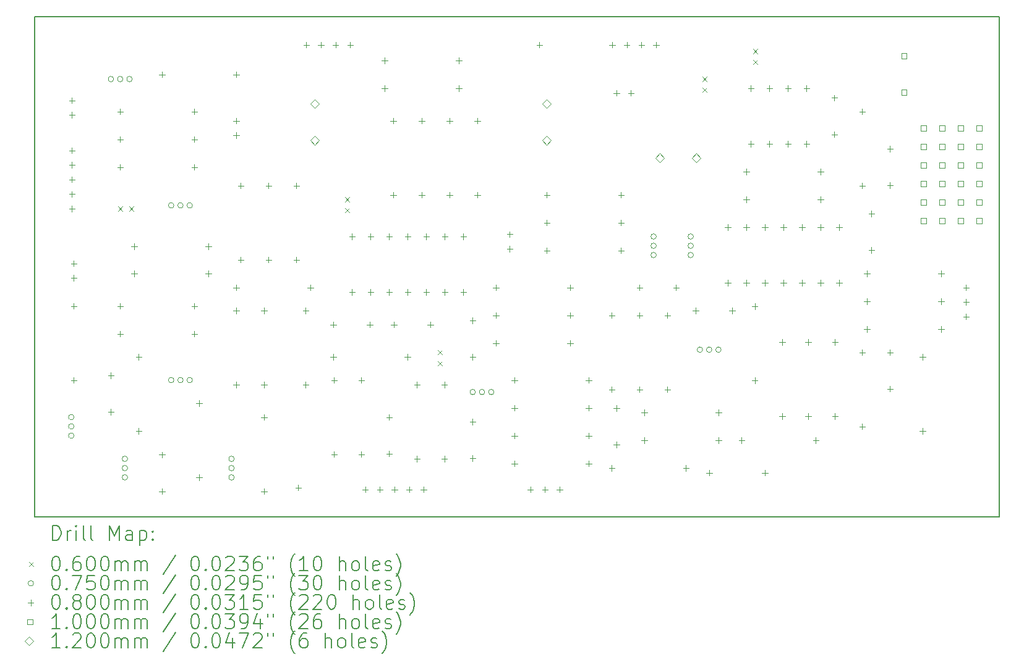
<source format=gbr>
%TF.GenerationSoftware,KiCad,Pcbnew,7.0.8*%
%TF.CreationDate,2023-10-27T22:46:07+02:00*%
%TF.ProjectId,Noise Toaster PCB,4e6f6973-6520-4546-9f61-737465722050,0.6*%
%TF.SameCoordinates,PX47c8b58PY892ee58*%
%TF.FileFunction,Drillmap*%
%TF.FilePolarity,Positive*%
%FSLAX45Y45*%
G04 Gerber Fmt 4.5, Leading zero omitted, Abs format (unit mm)*
G04 Created by KiCad (PCBNEW 7.0.8) date 2023-10-27 22:46:07*
%MOMM*%
%LPD*%
G01*
G04 APERTURE LIST*
%ADD10C,0.200000*%
%ADD11C,0.060000*%
%ADD12C,0.075000*%
%ADD13C,0.080000*%
%ADD14C,0.100000*%
%ADD15C,0.120000*%
G04 APERTURE END LIST*
D10*
X0Y6858000D02*
X13208000Y6858000D01*
X13208000Y0D01*
X0Y0D01*
X0Y6858000D01*
D11*
X1145500Y4252000D02*
X1205500Y4192000D01*
X1205500Y4252000D02*
X1145500Y4192000D01*
X1295500Y4252000D02*
X1355500Y4192000D01*
X1355500Y4252000D02*
X1295500Y4192000D01*
X4257000Y4379000D02*
X4317000Y4319000D01*
X4317000Y4379000D02*
X4257000Y4319000D01*
X4257000Y4229000D02*
X4317000Y4169000D01*
X4317000Y4229000D02*
X4257000Y4169000D01*
X5527000Y2283500D02*
X5587000Y2223500D01*
X5587000Y2283500D02*
X5527000Y2223500D01*
X5527000Y2133500D02*
X5587000Y2073500D01*
X5587000Y2133500D02*
X5527000Y2073500D01*
X9146500Y6030000D02*
X9206500Y5970000D01*
X9206500Y6030000D02*
X9146500Y5970000D01*
X9146500Y5880000D02*
X9206500Y5820000D01*
X9206500Y5880000D02*
X9146500Y5820000D01*
X9845000Y6411000D02*
X9905000Y6351000D01*
X9905000Y6411000D02*
X9845000Y6351000D01*
X9845000Y6261000D02*
X9905000Y6201000D01*
X9905000Y6261000D02*
X9845000Y6201000D01*
D12*
X542000Y1364500D02*
G75*
G03*
X542000Y1364500I-37500J0D01*
G01*
X542000Y1237500D02*
G75*
G03*
X542000Y1237500I-37500J0D01*
G01*
X542000Y1110500D02*
G75*
G03*
X542000Y1110500I-37500J0D01*
G01*
X1086000Y6000000D02*
G75*
G03*
X1086000Y6000000I-37500J0D01*
G01*
X1213000Y6000000D02*
G75*
G03*
X1213000Y6000000I-37500J0D01*
G01*
X1276500Y793000D02*
G75*
G03*
X1276500Y793000I-37500J0D01*
G01*
X1276500Y666000D02*
G75*
G03*
X1276500Y666000I-37500J0D01*
G01*
X1276500Y539000D02*
G75*
G03*
X1276500Y539000I-37500J0D01*
G01*
X1340000Y6000000D02*
G75*
G03*
X1340000Y6000000I-37500J0D01*
G01*
X1911500Y4268000D02*
G75*
G03*
X1911500Y4268000I-37500J0D01*
G01*
X1911500Y1872500D02*
G75*
G03*
X1911500Y1872500I-37500J0D01*
G01*
X2038500Y4268000D02*
G75*
G03*
X2038500Y4268000I-37500J0D01*
G01*
X2038500Y1872500D02*
G75*
G03*
X2038500Y1872500I-37500J0D01*
G01*
X2165500Y4268000D02*
G75*
G03*
X2165500Y4268000I-37500J0D01*
G01*
X2165500Y1872500D02*
G75*
G03*
X2165500Y1872500I-37500J0D01*
G01*
X2737000Y793000D02*
G75*
G03*
X2737000Y793000I-37500J0D01*
G01*
X2737000Y666000D02*
G75*
G03*
X2737000Y666000I-37500J0D01*
G01*
X2737000Y539000D02*
G75*
G03*
X2737000Y539000I-37500J0D01*
G01*
X6039000Y1709500D02*
G75*
G03*
X6039000Y1709500I-37500J0D01*
G01*
X6166000Y1709500D02*
G75*
G03*
X6166000Y1709500I-37500J0D01*
G01*
X6293000Y1709500D02*
G75*
G03*
X6293000Y1709500I-37500J0D01*
G01*
X8515500Y3841000D02*
G75*
G03*
X8515500Y3841000I-37500J0D01*
G01*
X8515500Y3714000D02*
G75*
G03*
X8515500Y3714000I-37500J0D01*
G01*
X8515500Y3587000D02*
G75*
G03*
X8515500Y3587000I-37500J0D01*
G01*
X9023500Y3841000D02*
G75*
G03*
X9023500Y3841000I-37500J0D01*
G01*
X9023500Y3714000D02*
G75*
G03*
X9023500Y3714000I-37500J0D01*
G01*
X9023500Y3587000D02*
G75*
G03*
X9023500Y3587000I-37500J0D01*
G01*
X9150500Y2289500D02*
G75*
G03*
X9150500Y2289500I-37500J0D01*
G01*
X9277500Y2289500D02*
G75*
G03*
X9277500Y2289500I-37500J0D01*
G01*
X9404500Y2289500D02*
G75*
G03*
X9404500Y2289500I-37500J0D01*
G01*
D13*
X515100Y5747900D02*
X515100Y5667900D01*
X475100Y5707900D02*
X555100Y5707900D01*
X515100Y5547900D02*
X515100Y5467900D01*
X475100Y5507900D02*
X555100Y5507900D01*
X515100Y5062100D02*
X515100Y4982100D01*
X475100Y5022100D02*
X555100Y5022100D01*
X515100Y4862100D02*
X515100Y4782100D01*
X475100Y4822100D02*
X555100Y4822100D01*
X515100Y4662100D02*
X515100Y4582100D01*
X475100Y4622100D02*
X555100Y4622100D01*
X515100Y4462100D02*
X515100Y4382100D01*
X475100Y4422100D02*
X555100Y4422100D01*
X515100Y4262100D02*
X515100Y4182100D01*
X475100Y4222100D02*
X555100Y4222100D01*
X540500Y3512700D02*
X540500Y3432700D01*
X500500Y3472700D02*
X580500Y3472700D01*
X540500Y3312700D02*
X540500Y3232700D01*
X500500Y3272700D02*
X580500Y3272700D01*
X540500Y2928500D02*
X540500Y2848500D01*
X500500Y2888500D02*
X580500Y2888500D01*
X540500Y1912500D02*
X540500Y1832500D01*
X500500Y1872500D02*
X580500Y1872500D01*
X1048500Y1976000D02*
X1048500Y1896000D01*
X1008500Y1936000D02*
X1088500Y1936000D01*
X1048500Y1476000D02*
X1048500Y1396000D01*
X1008500Y1436000D02*
X1088500Y1436000D01*
X1175500Y5595500D02*
X1175500Y5515500D01*
X1135500Y5555500D02*
X1215500Y5555500D01*
X1175500Y5214500D02*
X1175500Y5134500D01*
X1135500Y5174500D02*
X1215500Y5174500D01*
X1175500Y4833500D02*
X1175500Y4753500D01*
X1135500Y4793500D02*
X1215500Y4793500D01*
X1175500Y2928500D02*
X1175500Y2848500D01*
X1135500Y2888500D02*
X1215500Y2888500D01*
X1175500Y2547500D02*
X1175500Y2467500D01*
X1135500Y2507500D02*
X1215500Y2507500D01*
X1366000Y3373000D02*
X1366000Y3293000D01*
X1326000Y3333000D02*
X1406000Y3333000D01*
X1368000Y3746500D02*
X1368000Y3666500D01*
X1328000Y3706500D02*
X1408000Y3706500D01*
X1429500Y2230000D02*
X1429500Y2150000D01*
X1389500Y2190000D02*
X1469500Y2190000D01*
X1429500Y1214000D02*
X1429500Y1134000D01*
X1389500Y1174000D02*
X1469500Y1174000D01*
X1747000Y6103500D02*
X1747000Y6023500D01*
X1707000Y6063500D02*
X1787000Y6063500D01*
X1747000Y888500D02*
X1747000Y808500D01*
X1707000Y848500D02*
X1787000Y848500D01*
X1747000Y388500D02*
X1747000Y308500D01*
X1707000Y348500D02*
X1787000Y348500D01*
X2191500Y5595500D02*
X2191500Y5515500D01*
X2151500Y5555500D02*
X2231500Y5555500D01*
X2191500Y5214500D02*
X2191500Y5134500D01*
X2151500Y5174500D02*
X2231500Y5174500D01*
X2191500Y4833500D02*
X2191500Y4753500D01*
X2151500Y4793500D02*
X2231500Y4793500D01*
X2191500Y2928500D02*
X2191500Y2848500D01*
X2151500Y2888500D02*
X2231500Y2888500D01*
X2191500Y2547500D02*
X2191500Y2467500D01*
X2151500Y2507500D02*
X2231500Y2507500D01*
X2255000Y1595000D02*
X2255000Y1515000D01*
X2215000Y1555000D02*
X2295000Y1555000D01*
X2255000Y579000D02*
X2255000Y499000D01*
X2215000Y539000D02*
X2295000Y539000D01*
X2382000Y3373000D02*
X2382000Y3293000D01*
X2342000Y3333000D02*
X2422000Y3333000D01*
X2384000Y3746500D02*
X2384000Y3666500D01*
X2344000Y3706500D02*
X2424000Y3706500D01*
X2763000Y6103500D02*
X2763000Y6023500D01*
X2723000Y6063500D02*
X2803000Y6063500D01*
X2763000Y5468500D02*
X2763000Y5388500D01*
X2723000Y5428500D02*
X2803000Y5428500D01*
X2763000Y5268500D02*
X2763000Y5188500D01*
X2723000Y5228500D02*
X2803000Y5228500D01*
X2763000Y3182500D02*
X2763000Y3102500D01*
X2723000Y3142500D02*
X2803000Y3142500D01*
X2763000Y2865000D02*
X2763000Y2785000D01*
X2723000Y2825000D02*
X2803000Y2825000D01*
X2763000Y1849000D02*
X2763000Y1769000D01*
X2723000Y1809000D02*
X2803000Y1809000D01*
X2826500Y4579500D02*
X2826500Y4499500D01*
X2786500Y4539500D02*
X2866500Y4539500D01*
X2826500Y3563500D02*
X2826500Y3483500D01*
X2786500Y3523500D02*
X2866500Y3523500D01*
X3144000Y2865000D02*
X3144000Y2785000D01*
X3104000Y2825000D02*
X3184000Y2825000D01*
X3144000Y1849000D02*
X3144000Y1769000D01*
X3104000Y1809000D02*
X3184000Y1809000D01*
X3144000Y1404500D02*
X3144000Y1324500D01*
X3104000Y1364500D02*
X3184000Y1364500D01*
X3144000Y388500D02*
X3144000Y308500D01*
X3104000Y348500D02*
X3184000Y348500D01*
X3207500Y4579500D02*
X3207500Y4499500D01*
X3167500Y4539500D02*
X3247500Y4539500D01*
X3207500Y3563500D02*
X3207500Y3483500D01*
X3167500Y3523500D02*
X3247500Y3523500D01*
X3588500Y4579500D02*
X3588500Y4499500D01*
X3548500Y4539500D02*
X3628500Y4539500D01*
X3588500Y3563500D02*
X3588500Y3483500D01*
X3548500Y3523500D02*
X3628500Y3523500D01*
X3613900Y439300D02*
X3613900Y359300D01*
X3573900Y399300D02*
X3653900Y399300D01*
X3715500Y2865000D02*
X3715500Y2785000D01*
X3675500Y2825000D02*
X3755500Y2825000D01*
X3715500Y1849000D02*
X3715500Y1769000D01*
X3675500Y1809000D02*
X3755500Y1809000D01*
X3725100Y6509900D02*
X3725100Y6429900D01*
X3685100Y6469900D02*
X3765100Y6469900D01*
X3779000Y3182500D02*
X3779000Y3102500D01*
X3739000Y3142500D02*
X3819000Y3142500D01*
X3925100Y6509900D02*
X3925100Y6429900D01*
X3885100Y6469900D02*
X3965100Y6469900D01*
X4092500Y2674500D02*
X4092500Y2594500D01*
X4052500Y2634500D02*
X4132500Y2634500D01*
X4092500Y2230000D02*
X4092500Y2150000D01*
X4052500Y2190000D02*
X4132500Y2190000D01*
X4104500Y1912500D02*
X4104500Y1832500D01*
X4064500Y1872500D02*
X4144500Y1872500D01*
X4104500Y896500D02*
X4104500Y816500D01*
X4064500Y856500D02*
X4144500Y856500D01*
X4125100Y6509900D02*
X4125100Y6429900D01*
X4085100Y6469900D02*
X4165100Y6469900D01*
X4325100Y6509900D02*
X4325100Y6429900D01*
X4285100Y6469900D02*
X4365100Y6469900D01*
X4350500Y3881000D02*
X4350500Y3801000D01*
X4310500Y3841000D02*
X4390500Y3841000D01*
X4350500Y3119000D02*
X4350500Y3039000D01*
X4310500Y3079000D02*
X4390500Y3079000D01*
X4477500Y1912500D02*
X4477500Y1832500D01*
X4437500Y1872500D02*
X4517500Y1872500D01*
X4477500Y896500D02*
X4477500Y816500D01*
X4437500Y856500D02*
X4517500Y856500D01*
X4531500Y413900D02*
X4531500Y333900D01*
X4491500Y373900D02*
X4571500Y373900D01*
X4592500Y2674500D02*
X4592500Y2594500D01*
X4552500Y2634500D02*
X4632500Y2634500D01*
X4604500Y3881000D02*
X4604500Y3801000D01*
X4564500Y3841000D02*
X4644500Y3841000D01*
X4604500Y3119000D02*
X4604500Y3039000D01*
X4564500Y3079000D02*
X4644500Y3079000D01*
X4731500Y413900D02*
X4731500Y333900D01*
X4691500Y373900D02*
X4771500Y373900D01*
X4795000Y6294000D02*
X4795000Y6214000D01*
X4755000Y6254000D02*
X4835000Y6254000D01*
X4795000Y5913000D02*
X4795000Y5833000D01*
X4755000Y5873000D02*
X4835000Y5873000D01*
X4858500Y3881000D02*
X4858500Y3801000D01*
X4818500Y3841000D02*
X4898500Y3841000D01*
X4858500Y3119000D02*
X4858500Y3039000D01*
X4818500Y3079000D02*
X4898500Y3079000D01*
X4858500Y1404500D02*
X4858500Y1324500D01*
X4818500Y1364500D02*
X4898500Y1364500D01*
X4858500Y904500D02*
X4858500Y824500D01*
X4818500Y864500D02*
X4898500Y864500D01*
X4916000Y5468500D02*
X4916000Y5388500D01*
X4876000Y5428500D02*
X4956000Y5428500D01*
X4916000Y4452500D02*
X4916000Y4372500D01*
X4876000Y4412500D02*
X4956000Y4412500D01*
X4922000Y2674500D02*
X4922000Y2594500D01*
X4882000Y2634500D02*
X4962000Y2634500D01*
X4931500Y413900D02*
X4931500Y333900D01*
X4891500Y373900D02*
X4971500Y373900D01*
X5108500Y2230000D02*
X5108500Y2150000D01*
X5068500Y2190000D02*
X5148500Y2190000D01*
X5112500Y3881000D02*
X5112500Y3801000D01*
X5072500Y3841000D02*
X5152500Y3841000D01*
X5112500Y3119000D02*
X5112500Y3039000D01*
X5072500Y3079000D02*
X5152500Y3079000D01*
X5131500Y413900D02*
X5131500Y333900D01*
X5091500Y373900D02*
X5171500Y373900D01*
X5239500Y1849000D02*
X5239500Y1769000D01*
X5199500Y1809000D02*
X5279500Y1809000D01*
X5239500Y833000D02*
X5239500Y753000D01*
X5199500Y793000D02*
X5279500Y793000D01*
X5303000Y5468500D02*
X5303000Y5388500D01*
X5263000Y5428500D02*
X5343000Y5428500D01*
X5303000Y4452500D02*
X5303000Y4372500D01*
X5263000Y4412500D02*
X5343000Y4412500D01*
X5331500Y413900D02*
X5331500Y333900D01*
X5291500Y373900D02*
X5371500Y373900D01*
X5366500Y3881000D02*
X5366500Y3801000D01*
X5326500Y3841000D02*
X5406500Y3841000D01*
X5366500Y3119000D02*
X5366500Y3039000D01*
X5326500Y3079000D02*
X5406500Y3079000D01*
X5422000Y2674500D02*
X5422000Y2594500D01*
X5382000Y2634500D02*
X5462000Y2634500D01*
X5615000Y1849000D02*
X5615000Y1769000D01*
X5575000Y1809000D02*
X5655000Y1809000D01*
X5615000Y833000D02*
X5615000Y753000D01*
X5575000Y793000D02*
X5655000Y793000D01*
X5620500Y3881000D02*
X5620500Y3801000D01*
X5580500Y3841000D02*
X5660500Y3841000D01*
X5620500Y3119000D02*
X5620500Y3039000D01*
X5580500Y3079000D02*
X5660500Y3079000D01*
X5684000Y5468500D02*
X5684000Y5388500D01*
X5644000Y5428500D02*
X5724000Y5428500D01*
X5684000Y4452500D02*
X5684000Y4372500D01*
X5644000Y4412500D02*
X5724000Y4412500D01*
X5811000Y6294000D02*
X5811000Y6214000D01*
X5771000Y6254000D02*
X5851000Y6254000D01*
X5811000Y5913000D02*
X5811000Y5833000D01*
X5771000Y5873000D02*
X5851000Y5873000D01*
X5874500Y3881000D02*
X5874500Y3801000D01*
X5834500Y3841000D02*
X5914500Y3841000D01*
X5874500Y3119000D02*
X5874500Y3039000D01*
X5834500Y3079000D02*
X5914500Y3079000D01*
X6001500Y2730000D02*
X6001500Y2650000D01*
X5961500Y2690000D02*
X6041500Y2690000D01*
X6001500Y2230000D02*
X6001500Y2150000D01*
X5961500Y2190000D02*
X6041500Y2190000D01*
X6001500Y1341000D02*
X6001500Y1261000D01*
X5961500Y1301000D02*
X6041500Y1301000D01*
X6001500Y841000D02*
X6001500Y761000D01*
X5961500Y801000D02*
X6041500Y801000D01*
X6065000Y5468500D02*
X6065000Y5388500D01*
X6025000Y5428500D02*
X6105000Y5428500D01*
X6065000Y4452500D02*
X6065000Y4372500D01*
X6025000Y4412500D02*
X6105000Y4412500D01*
X6319000Y3182500D02*
X6319000Y3102500D01*
X6279000Y3142500D02*
X6359000Y3142500D01*
X6319000Y2801500D02*
X6319000Y2721500D01*
X6279000Y2761500D02*
X6359000Y2761500D01*
X6319000Y2420500D02*
X6319000Y2340500D01*
X6279000Y2380500D02*
X6359000Y2380500D01*
X6509500Y3913011D02*
X6509500Y3833011D01*
X6469500Y3873011D02*
X6549500Y3873011D01*
X6509500Y3713011D02*
X6509500Y3633011D01*
X6469500Y3673011D02*
X6549500Y3673011D01*
X6573000Y1912500D02*
X6573000Y1832500D01*
X6533000Y1872500D02*
X6613000Y1872500D01*
X6573000Y1531500D02*
X6573000Y1451500D01*
X6533000Y1491500D02*
X6613000Y1491500D01*
X6573000Y1150500D02*
X6573000Y1070500D01*
X6533000Y1110500D02*
X6613000Y1110500D01*
X6573000Y769500D02*
X6573000Y689500D01*
X6533000Y729500D02*
X6613000Y729500D01*
X6792100Y413900D02*
X6792100Y333900D01*
X6752100Y373900D02*
X6832100Y373900D01*
X6915900Y6509900D02*
X6915900Y6429900D01*
X6875900Y6469900D02*
X6955900Y6469900D01*
X6992100Y413900D02*
X6992100Y333900D01*
X6952100Y373900D02*
X7032100Y373900D01*
X7017500Y4452500D02*
X7017500Y4372500D01*
X6977500Y4412500D02*
X7057500Y4412500D01*
X7017500Y4071500D02*
X7017500Y3991500D01*
X6977500Y4031500D02*
X7057500Y4031500D01*
X7017500Y3690500D02*
X7017500Y3610500D01*
X6977500Y3650500D02*
X7057500Y3650500D01*
X7192100Y413900D02*
X7192100Y333900D01*
X7152100Y373900D02*
X7232100Y373900D01*
X7335000Y3182500D02*
X7335000Y3102500D01*
X7295000Y3142500D02*
X7375000Y3142500D01*
X7335000Y2801500D02*
X7335000Y2721500D01*
X7295000Y2761500D02*
X7375000Y2761500D01*
X7335000Y2420500D02*
X7335000Y2340500D01*
X7295000Y2380500D02*
X7375000Y2380500D01*
X7589000Y1912500D02*
X7589000Y1832500D01*
X7549000Y1872500D02*
X7629000Y1872500D01*
X7589000Y1531500D02*
X7589000Y1451500D01*
X7549000Y1491500D02*
X7629000Y1491500D01*
X7589000Y1150500D02*
X7589000Y1070500D01*
X7549000Y1110500D02*
X7629000Y1110500D01*
X7589000Y769500D02*
X7589000Y689500D01*
X7549000Y729500D02*
X7629000Y729500D01*
X7906500Y2801500D02*
X7906500Y2721500D01*
X7866500Y2761500D02*
X7946500Y2761500D01*
X7906500Y1785500D02*
X7906500Y1705500D01*
X7866500Y1745500D02*
X7946500Y1745500D01*
X7906500Y706000D02*
X7906500Y626000D01*
X7866500Y666000D02*
X7946500Y666000D01*
X7912900Y6509900D02*
X7912900Y6429900D01*
X7872900Y6469900D02*
X7952900Y6469900D01*
X7970000Y5849500D02*
X7970000Y5769500D01*
X7930000Y5809500D02*
X8010000Y5809500D01*
X7970000Y1527500D02*
X7970000Y1447500D01*
X7930000Y1487500D02*
X8010000Y1487500D01*
X7970000Y1027500D02*
X7970000Y947500D01*
X7930000Y987500D02*
X8010000Y987500D01*
X8033500Y4452500D02*
X8033500Y4372500D01*
X7993500Y4412500D02*
X8073500Y4412500D01*
X8033500Y4071500D02*
X8033500Y3991500D01*
X7993500Y4031500D02*
X8073500Y4031500D01*
X8033500Y3690500D02*
X8033500Y3610500D01*
X7993500Y3650500D02*
X8073500Y3650500D01*
X8112900Y6509900D02*
X8112900Y6429900D01*
X8072900Y6469900D02*
X8152900Y6469900D01*
X8170000Y5849500D02*
X8170000Y5769500D01*
X8130000Y5809500D02*
X8210000Y5809500D01*
X8287500Y3182500D02*
X8287500Y3102500D01*
X8247500Y3142500D02*
X8327500Y3142500D01*
X8287500Y2801500D02*
X8287500Y2721500D01*
X8247500Y2761500D02*
X8327500Y2761500D01*
X8287500Y1785500D02*
X8287500Y1705500D01*
X8247500Y1745500D02*
X8327500Y1745500D01*
X8312900Y6509900D02*
X8312900Y6429900D01*
X8272900Y6469900D02*
X8352900Y6469900D01*
X8351000Y1468000D02*
X8351000Y1388000D01*
X8311000Y1428000D02*
X8391000Y1428000D01*
X8351000Y1087000D02*
X8351000Y1007000D01*
X8311000Y1047000D02*
X8391000Y1047000D01*
X8512900Y6509900D02*
X8512900Y6429900D01*
X8472900Y6469900D02*
X8552900Y6469900D01*
X8668500Y2801500D02*
X8668500Y2721500D01*
X8628500Y2761500D02*
X8708500Y2761500D01*
X8668500Y1785500D02*
X8668500Y1705500D01*
X8628500Y1745500D02*
X8708500Y1745500D01*
X8787500Y3182500D02*
X8787500Y3102500D01*
X8747500Y3142500D02*
X8827500Y3142500D01*
X8922500Y706000D02*
X8922500Y626000D01*
X8882500Y666000D02*
X8962500Y666000D01*
X9053500Y2865000D02*
X9053500Y2785000D01*
X9013500Y2825000D02*
X9093500Y2825000D01*
X9240000Y642500D02*
X9240000Y562500D01*
X9200000Y602500D02*
X9280000Y602500D01*
X9367000Y1468000D02*
X9367000Y1388000D01*
X9327000Y1428000D02*
X9407000Y1428000D01*
X9367000Y1087000D02*
X9367000Y1007000D01*
X9327000Y1047000D02*
X9407000Y1047000D01*
X9494000Y4008000D02*
X9494000Y3928000D01*
X9454000Y3968000D02*
X9534000Y3968000D01*
X9494000Y3246000D02*
X9494000Y3166000D01*
X9454000Y3206000D02*
X9534000Y3206000D01*
X9553500Y2865000D02*
X9553500Y2785000D01*
X9513500Y2825000D02*
X9593500Y2825000D01*
X9684500Y1087000D02*
X9684500Y1007000D01*
X9644500Y1047000D02*
X9724500Y1047000D01*
X9748000Y4770000D02*
X9748000Y4690000D01*
X9708000Y4730000D02*
X9788000Y4730000D01*
X9748000Y4389000D02*
X9748000Y4309000D01*
X9708000Y4349000D02*
X9788000Y4349000D01*
X9748000Y4008000D02*
X9748000Y3928000D01*
X9708000Y3968000D02*
X9788000Y3968000D01*
X9748000Y3246000D02*
X9748000Y3166000D01*
X9708000Y3206000D02*
X9788000Y3206000D01*
X9811500Y5913000D02*
X9811500Y5833000D01*
X9771500Y5873000D02*
X9851500Y5873000D01*
X9811500Y5151000D02*
X9811500Y5071000D01*
X9771500Y5111000D02*
X9851500Y5111000D01*
X9864840Y2925960D02*
X9864840Y2845960D01*
X9824840Y2885960D02*
X9904840Y2885960D01*
X9864840Y1909960D02*
X9864840Y1829960D01*
X9824840Y1869960D02*
X9904840Y1869960D01*
X10002000Y4008000D02*
X10002000Y3928000D01*
X9962000Y3968000D02*
X10042000Y3968000D01*
X10002000Y3246000D02*
X10002000Y3166000D01*
X9962000Y3206000D02*
X10042000Y3206000D01*
X10002000Y642500D02*
X10002000Y562500D01*
X9962000Y602500D02*
X10042000Y602500D01*
X10065500Y5913000D02*
X10065500Y5833000D01*
X10025500Y5873000D02*
X10105500Y5873000D01*
X10065500Y5151000D02*
X10065500Y5071000D01*
X10025500Y5111000D02*
X10105500Y5111000D01*
X10240760Y2433200D02*
X10240760Y2353200D01*
X10200760Y2393200D02*
X10280760Y2393200D01*
X10240760Y1417200D02*
X10240760Y1337200D01*
X10200760Y1377200D02*
X10280760Y1377200D01*
X10256000Y4008000D02*
X10256000Y3928000D01*
X10216000Y3968000D02*
X10296000Y3968000D01*
X10256000Y3246000D02*
X10256000Y3166000D01*
X10216000Y3206000D02*
X10296000Y3206000D01*
X10319500Y5913000D02*
X10319500Y5833000D01*
X10279500Y5873000D02*
X10359500Y5873000D01*
X10319500Y5151000D02*
X10319500Y5071000D01*
X10279500Y5111000D02*
X10359500Y5111000D01*
X10510000Y4008000D02*
X10510000Y3928000D01*
X10470000Y3968000D02*
X10550000Y3968000D01*
X10510000Y3246000D02*
X10510000Y3166000D01*
X10470000Y3206000D02*
X10550000Y3206000D01*
X10573500Y5913000D02*
X10573500Y5833000D01*
X10533500Y5873000D02*
X10613500Y5873000D01*
X10573500Y5151000D02*
X10573500Y5071000D01*
X10533500Y5111000D02*
X10613500Y5111000D01*
X10596360Y2433200D02*
X10596360Y2353200D01*
X10556360Y2393200D02*
X10636360Y2393200D01*
X10596360Y1417200D02*
X10596360Y1337200D01*
X10556360Y1377200D02*
X10636360Y1377200D01*
X10700500Y1087000D02*
X10700500Y1007000D01*
X10660500Y1047000D02*
X10740500Y1047000D01*
X10764000Y4770000D02*
X10764000Y4690000D01*
X10724000Y4730000D02*
X10804000Y4730000D01*
X10764000Y4389000D02*
X10764000Y4309000D01*
X10724000Y4349000D02*
X10804000Y4349000D01*
X10764000Y4008000D02*
X10764000Y3928000D01*
X10724000Y3968000D02*
X10804000Y3968000D01*
X10764000Y3246000D02*
X10764000Y3166000D01*
X10724000Y3206000D02*
X10804000Y3206000D01*
X10954500Y5782000D02*
X10954500Y5702000D01*
X10914500Y5742000D02*
X10994500Y5742000D01*
X10954500Y5282000D02*
X10954500Y5202000D01*
X10914500Y5242000D02*
X10994500Y5242000D01*
X10962120Y2433200D02*
X10962120Y2353200D01*
X10922120Y2393200D02*
X11002120Y2393200D01*
X10962120Y1417200D02*
X10962120Y1337200D01*
X10922120Y1377200D02*
X11002120Y1377200D01*
X11018000Y4008000D02*
X11018000Y3928000D01*
X10978000Y3968000D02*
X11058000Y3968000D01*
X11018000Y3246000D02*
X11018000Y3166000D01*
X10978000Y3206000D02*
X11058000Y3206000D01*
X11335500Y5595500D02*
X11335500Y5515500D01*
X11295500Y5555500D02*
X11375500Y5555500D01*
X11335500Y4579500D02*
X11335500Y4499500D01*
X11295500Y4539500D02*
X11375500Y4539500D01*
X11335500Y2293500D02*
X11335500Y2213500D01*
X11295500Y2253500D02*
X11375500Y2253500D01*
X11335500Y1277500D02*
X11335500Y1197500D01*
X11295500Y1237500D02*
X11375500Y1237500D01*
X11399000Y3373000D02*
X11399000Y3293000D01*
X11359000Y3333000D02*
X11439000Y3333000D01*
X11399000Y2992000D02*
X11399000Y2912000D01*
X11359000Y2952000D02*
X11439000Y2952000D01*
X11399000Y2611000D02*
X11399000Y2531000D01*
X11359000Y2571000D02*
X11439000Y2571000D01*
X11462500Y4194500D02*
X11462500Y4114500D01*
X11422500Y4154500D02*
X11502500Y4154500D01*
X11462500Y3694500D02*
X11462500Y3614500D01*
X11422500Y3654500D02*
X11502500Y3654500D01*
X11716500Y5083500D02*
X11716500Y5003500D01*
X11676500Y5043500D02*
X11756500Y5043500D01*
X11716500Y4583500D02*
X11716500Y4503500D01*
X11676500Y4543500D02*
X11756500Y4543500D01*
X11716500Y2293500D02*
X11716500Y2213500D01*
X11676500Y2253500D02*
X11756500Y2253500D01*
X11716500Y1793500D02*
X11716500Y1713500D01*
X11676500Y1753500D02*
X11756500Y1753500D01*
X12161000Y2230000D02*
X12161000Y2150000D01*
X12121000Y2190000D02*
X12201000Y2190000D01*
X12161000Y1214000D02*
X12161000Y1134000D01*
X12121000Y1174000D02*
X12201000Y1174000D01*
X12415000Y3373000D02*
X12415000Y3293000D01*
X12375000Y3333000D02*
X12455000Y3333000D01*
X12415000Y2992000D02*
X12415000Y2912000D01*
X12375000Y2952000D02*
X12455000Y2952000D01*
X12415000Y2611000D02*
X12415000Y2531000D01*
X12375000Y2571000D02*
X12455000Y2571000D01*
X12757900Y3182500D02*
X12757900Y3102500D01*
X12717900Y3142500D02*
X12797900Y3142500D01*
X12757900Y2982500D02*
X12757900Y2902500D01*
X12717900Y2942500D02*
X12797900Y2942500D01*
X12757900Y2782500D02*
X12757900Y2702500D01*
X12717900Y2742500D02*
X12797900Y2742500D01*
D14*
X11942356Y6282144D02*
X11942356Y6352856D01*
X11871644Y6352856D01*
X11871644Y6282144D01*
X11942356Y6282144D01*
X11942356Y5782144D02*
X11942356Y5852856D01*
X11871644Y5852856D01*
X11871644Y5782144D01*
X11942356Y5782144D01*
X12209056Y5291544D02*
X12209056Y5362256D01*
X12138344Y5362256D01*
X12138344Y5291544D01*
X12209056Y5291544D01*
X12209056Y5037544D02*
X12209056Y5108256D01*
X12138344Y5108256D01*
X12138344Y5037544D01*
X12209056Y5037544D01*
X12209056Y4783544D02*
X12209056Y4854256D01*
X12138344Y4854256D01*
X12138344Y4783544D01*
X12209056Y4783544D01*
X12209056Y4529544D02*
X12209056Y4600256D01*
X12138344Y4600256D01*
X12138344Y4529544D01*
X12209056Y4529544D01*
X12209056Y4275544D02*
X12209056Y4346256D01*
X12138344Y4346256D01*
X12138344Y4275544D01*
X12209056Y4275544D01*
X12209056Y4021544D02*
X12209056Y4092256D01*
X12138344Y4092256D01*
X12138344Y4021544D01*
X12209056Y4021544D01*
X12463056Y5291544D02*
X12463056Y5362256D01*
X12392344Y5362256D01*
X12392344Y5291544D01*
X12463056Y5291544D01*
X12463056Y5037544D02*
X12463056Y5108256D01*
X12392344Y5108256D01*
X12392344Y5037544D01*
X12463056Y5037544D01*
X12463056Y4783544D02*
X12463056Y4854256D01*
X12392344Y4854256D01*
X12392344Y4783544D01*
X12463056Y4783544D01*
X12463056Y4529544D02*
X12463056Y4600256D01*
X12392344Y4600256D01*
X12392344Y4529544D01*
X12463056Y4529544D01*
X12463056Y4275544D02*
X12463056Y4346256D01*
X12392344Y4346256D01*
X12392344Y4275544D01*
X12463056Y4275544D01*
X12463056Y4021544D02*
X12463056Y4092256D01*
X12392344Y4092256D01*
X12392344Y4021544D01*
X12463056Y4021544D01*
X12717056Y5291544D02*
X12717056Y5362256D01*
X12646344Y5362256D01*
X12646344Y5291544D01*
X12717056Y5291544D01*
X12717056Y5037544D02*
X12717056Y5108256D01*
X12646344Y5108256D01*
X12646344Y5037544D01*
X12717056Y5037544D01*
X12717056Y4783544D02*
X12717056Y4854256D01*
X12646344Y4854256D01*
X12646344Y4783544D01*
X12717056Y4783544D01*
X12717056Y4529544D02*
X12717056Y4600256D01*
X12646344Y4600256D01*
X12646344Y4529544D01*
X12717056Y4529544D01*
X12717056Y4275544D02*
X12717056Y4346256D01*
X12646344Y4346256D01*
X12646344Y4275544D01*
X12717056Y4275544D01*
X12717056Y4021544D02*
X12717056Y4092256D01*
X12646344Y4092256D01*
X12646344Y4021544D01*
X12717056Y4021544D01*
X12971056Y5291544D02*
X12971056Y5362256D01*
X12900344Y5362256D01*
X12900344Y5291544D01*
X12971056Y5291544D01*
X12971056Y5037544D02*
X12971056Y5108256D01*
X12900344Y5108256D01*
X12900344Y5037544D01*
X12971056Y5037544D01*
X12971056Y4783544D02*
X12971056Y4854256D01*
X12900344Y4854256D01*
X12900344Y4783544D01*
X12971056Y4783544D01*
X12971056Y4529544D02*
X12971056Y4600256D01*
X12900344Y4600256D01*
X12900344Y4529544D01*
X12971056Y4529544D01*
X12971056Y4275544D02*
X12971056Y4346256D01*
X12900344Y4346256D01*
X12900344Y4275544D01*
X12971056Y4275544D01*
X12971056Y4021544D02*
X12971056Y4092256D01*
X12900344Y4092256D01*
X12900344Y4021544D01*
X12971056Y4021544D01*
D15*
X3842500Y5598273D02*
X3902500Y5658273D01*
X3842500Y5718273D01*
X3782500Y5658273D01*
X3842500Y5598273D01*
X3842500Y5098273D02*
X3902500Y5158273D01*
X3842500Y5218273D01*
X3782500Y5158273D01*
X3842500Y5098273D01*
X7017500Y5598273D02*
X7077500Y5658273D01*
X7017500Y5718273D01*
X6957500Y5658273D01*
X7017500Y5598273D01*
X7017500Y5098273D02*
X7077500Y5158273D01*
X7017500Y5218273D01*
X6957500Y5158273D01*
X7017500Y5098273D01*
X8565727Y4860500D02*
X8625727Y4920500D01*
X8565727Y4980500D01*
X8505727Y4920500D01*
X8565727Y4860500D01*
X9065727Y4860500D02*
X9125727Y4920500D01*
X9065727Y4980500D01*
X9005727Y4920500D01*
X9065727Y4860500D01*
D10*
X250777Y-321484D02*
X250777Y-121484D01*
X250777Y-121484D02*
X298396Y-121484D01*
X298396Y-121484D02*
X326967Y-131008D01*
X326967Y-131008D02*
X346015Y-150055D01*
X346015Y-150055D02*
X355539Y-169103D01*
X355539Y-169103D02*
X365062Y-207198D01*
X365062Y-207198D02*
X365062Y-235769D01*
X365062Y-235769D02*
X355539Y-273865D01*
X355539Y-273865D02*
X346015Y-292912D01*
X346015Y-292912D02*
X326967Y-311960D01*
X326967Y-311960D02*
X298396Y-321484D01*
X298396Y-321484D02*
X250777Y-321484D01*
X450777Y-321484D02*
X450777Y-188150D01*
X450777Y-226246D02*
X460301Y-207198D01*
X460301Y-207198D02*
X469824Y-197674D01*
X469824Y-197674D02*
X488872Y-188150D01*
X488872Y-188150D02*
X507920Y-188150D01*
X574586Y-321484D02*
X574586Y-188150D01*
X574586Y-121484D02*
X565063Y-131008D01*
X565063Y-131008D02*
X574586Y-140531D01*
X574586Y-140531D02*
X584110Y-131008D01*
X584110Y-131008D02*
X574586Y-121484D01*
X574586Y-121484D02*
X574586Y-140531D01*
X698396Y-321484D02*
X679348Y-311960D01*
X679348Y-311960D02*
X669824Y-292912D01*
X669824Y-292912D02*
X669824Y-121484D01*
X803158Y-321484D02*
X784110Y-311960D01*
X784110Y-311960D02*
X774586Y-292912D01*
X774586Y-292912D02*
X774586Y-121484D01*
X1031729Y-321484D02*
X1031729Y-121484D01*
X1031729Y-121484D02*
X1098396Y-264341D01*
X1098396Y-264341D02*
X1165063Y-121484D01*
X1165063Y-121484D02*
X1165063Y-321484D01*
X1346015Y-321484D02*
X1346015Y-216722D01*
X1346015Y-216722D02*
X1336491Y-197674D01*
X1336491Y-197674D02*
X1317444Y-188150D01*
X1317444Y-188150D02*
X1279348Y-188150D01*
X1279348Y-188150D02*
X1260301Y-197674D01*
X1346015Y-311960D02*
X1326967Y-321484D01*
X1326967Y-321484D02*
X1279348Y-321484D01*
X1279348Y-321484D02*
X1260301Y-311960D01*
X1260301Y-311960D02*
X1250777Y-292912D01*
X1250777Y-292912D02*
X1250777Y-273865D01*
X1250777Y-273865D02*
X1260301Y-254817D01*
X1260301Y-254817D02*
X1279348Y-245293D01*
X1279348Y-245293D02*
X1326967Y-245293D01*
X1326967Y-245293D02*
X1346015Y-235769D01*
X1441253Y-188150D02*
X1441253Y-388150D01*
X1441253Y-197674D02*
X1460301Y-188150D01*
X1460301Y-188150D02*
X1498396Y-188150D01*
X1498396Y-188150D02*
X1517443Y-197674D01*
X1517443Y-197674D02*
X1526967Y-207198D01*
X1526967Y-207198D02*
X1536491Y-226246D01*
X1536491Y-226246D02*
X1536491Y-283389D01*
X1536491Y-283389D02*
X1526967Y-302436D01*
X1526967Y-302436D02*
X1517443Y-311960D01*
X1517443Y-311960D02*
X1498396Y-321484D01*
X1498396Y-321484D02*
X1460301Y-321484D01*
X1460301Y-321484D02*
X1441253Y-311960D01*
X1622205Y-302436D02*
X1631729Y-311960D01*
X1631729Y-311960D02*
X1622205Y-321484D01*
X1622205Y-321484D02*
X1612682Y-311960D01*
X1612682Y-311960D02*
X1622205Y-302436D01*
X1622205Y-302436D02*
X1622205Y-321484D01*
X1622205Y-197674D02*
X1631729Y-207198D01*
X1631729Y-207198D02*
X1622205Y-216722D01*
X1622205Y-216722D02*
X1612682Y-207198D01*
X1612682Y-207198D02*
X1622205Y-197674D01*
X1622205Y-197674D02*
X1622205Y-216722D01*
D11*
X-70000Y-620000D02*
X-10000Y-680000D01*
X-10000Y-620000D02*
X-70000Y-680000D01*
D10*
X288872Y-541484D02*
X307920Y-541484D01*
X307920Y-541484D02*
X326967Y-551008D01*
X326967Y-551008D02*
X336491Y-560531D01*
X336491Y-560531D02*
X346015Y-579579D01*
X346015Y-579579D02*
X355539Y-617674D01*
X355539Y-617674D02*
X355539Y-665293D01*
X355539Y-665293D02*
X346015Y-703388D01*
X346015Y-703388D02*
X336491Y-722436D01*
X336491Y-722436D02*
X326967Y-731960D01*
X326967Y-731960D02*
X307920Y-741484D01*
X307920Y-741484D02*
X288872Y-741484D01*
X288872Y-741484D02*
X269824Y-731960D01*
X269824Y-731960D02*
X260301Y-722436D01*
X260301Y-722436D02*
X250777Y-703388D01*
X250777Y-703388D02*
X241253Y-665293D01*
X241253Y-665293D02*
X241253Y-617674D01*
X241253Y-617674D02*
X250777Y-579579D01*
X250777Y-579579D02*
X260301Y-560531D01*
X260301Y-560531D02*
X269824Y-551008D01*
X269824Y-551008D02*
X288872Y-541484D01*
X441253Y-722436D02*
X450777Y-731960D01*
X450777Y-731960D02*
X441253Y-741484D01*
X441253Y-741484D02*
X431729Y-731960D01*
X431729Y-731960D02*
X441253Y-722436D01*
X441253Y-722436D02*
X441253Y-741484D01*
X622205Y-541484D02*
X584110Y-541484D01*
X584110Y-541484D02*
X565063Y-551008D01*
X565063Y-551008D02*
X555539Y-560531D01*
X555539Y-560531D02*
X536491Y-589103D01*
X536491Y-589103D02*
X526967Y-627198D01*
X526967Y-627198D02*
X526967Y-703388D01*
X526967Y-703388D02*
X536491Y-722436D01*
X536491Y-722436D02*
X546015Y-731960D01*
X546015Y-731960D02*
X565063Y-741484D01*
X565063Y-741484D02*
X603158Y-741484D01*
X603158Y-741484D02*
X622205Y-731960D01*
X622205Y-731960D02*
X631729Y-722436D01*
X631729Y-722436D02*
X641253Y-703388D01*
X641253Y-703388D02*
X641253Y-655770D01*
X641253Y-655770D02*
X631729Y-636722D01*
X631729Y-636722D02*
X622205Y-627198D01*
X622205Y-627198D02*
X603158Y-617674D01*
X603158Y-617674D02*
X565063Y-617674D01*
X565063Y-617674D02*
X546015Y-627198D01*
X546015Y-627198D02*
X536491Y-636722D01*
X536491Y-636722D02*
X526967Y-655770D01*
X765062Y-541484D02*
X784110Y-541484D01*
X784110Y-541484D02*
X803158Y-551008D01*
X803158Y-551008D02*
X812682Y-560531D01*
X812682Y-560531D02*
X822205Y-579579D01*
X822205Y-579579D02*
X831729Y-617674D01*
X831729Y-617674D02*
X831729Y-665293D01*
X831729Y-665293D02*
X822205Y-703388D01*
X822205Y-703388D02*
X812682Y-722436D01*
X812682Y-722436D02*
X803158Y-731960D01*
X803158Y-731960D02*
X784110Y-741484D01*
X784110Y-741484D02*
X765062Y-741484D01*
X765062Y-741484D02*
X746015Y-731960D01*
X746015Y-731960D02*
X736491Y-722436D01*
X736491Y-722436D02*
X726967Y-703388D01*
X726967Y-703388D02*
X717443Y-665293D01*
X717443Y-665293D02*
X717443Y-617674D01*
X717443Y-617674D02*
X726967Y-579579D01*
X726967Y-579579D02*
X736491Y-560531D01*
X736491Y-560531D02*
X746015Y-551008D01*
X746015Y-551008D02*
X765062Y-541484D01*
X955539Y-541484D02*
X974586Y-541484D01*
X974586Y-541484D02*
X993634Y-551008D01*
X993634Y-551008D02*
X1003158Y-560531D01*
X1003158Y-560531D02*
X1012682Y-579579D01*
X1012682Y-579579D02*
X1022205Y-617674D01*
X1022205Y-617674D02*
X1022205Y-665293D01*
X1022205Y-665293D02*
X1012682Y-703388D01*
X1012682Y-703388D02*
X1003158Y-722436D01*
X1003158Y-722436D02*
X993634Y-731960D01*
X993634Y-731960D02*
X974586Y-741484D01*
X974586Y-741484D02*
X955539Y-741484D01*
X955539Y-741484D02*
X936491Y-731960D01*
X936491Y-731960D02*
X926967Y-722436D01*
X926967Y-722436D02*
X917443Y-703388D01*
X917443Y-703388D02*
X907920Y-665293D01*
X907920Y-665293D02*
X907920Y-617674D01*
X907920Y-617674D02*
X917443Y-579579D01*
X917443Y-579579D02*
X926967Y-560531D01*
X926967Y-560531D02*
X936491Y-551008D01*
X936491Y-551008D02*
X955539Y-541484D01*
X1107920Y-741484D02*
X1107920Y-608150D01*
X1107920Y-627198D02*
X1117444Y-617674D01*
X1117444Y-617674D02*
X1136491Y-608150D01*
X1136491Y-608150D02*
X1165063Y-608150D01*
X1165063Y-608150D02*
X1184110Y-617674D01*
X1184110Y-617674D02*
X1193634Y-636722D01*
X1193634Y-636722D02*
X1193634Y-741484D01*
X1193634Y-636722D02*
X1203158Y-617674D01*
X1203158Y-617674D02*
X1222205Y-608150D01*
X1222205Y-608150D02*
X1250777Y-608150D01*
X1250777Y-608150D02*
X1269825Y-617674D01*
X1269825Y-617674D02*
X1279348Y-636722D01*
X1279348Y-636722D02*
X1279348Y-741484D01*
X1374586Y-741484D02*
X1374586Y-608150D01*
X1374586Y-627198D02*
X1384110Y-617674D01*
X1384110Y-617674D02*
X1403158Y-608150D01*
X1403158Y-608150D02*
X1431729Y-608150D01*
X1431729Y-608150D02*
X1450777Y-617674D01*
X1450777Y-617674D02*
X1460301Y-636722D01*
X1460301Y-636722D02*
X1460301Y-741484D01*
X1460301Y-636722D02*
X1469824Y-617674D01*
X1469824Y-617674D02*
X1488872Y-608150D01*
X1488872Y-608150D02*
X1517443Y-608150D01*
X1517443Y-608150D02*
X1536491Y-617674D01*
X1536491Y-617674D02*
X1546015Y-636722D01*
X1546015Y-636722D02*
X1546015Y-741484D01*
X1936491Y-531960D02*
X1765063Y-789103D01*
X2193634Y-541484D02*
X2212682Y-541484D01*
X2212682Y-541484D02*
X2231729Y-551008D01*
X2231729Y-551008D02*
X2241253Y-560531D01*
X2241253Y-560531D02*
X2250777Y-579579D01*
X2250777Y-579579D02*
X2260301Y-617674D01*
X2260301Y-617674D02*
X2260301Y-665293D01*
X2260301Y-665293D02*
X2250777Y-703388D01*
X2250777Y-703388D02*
X2241253Y-722436D01*
X2241253Y-722436D02*
X2231729Y-731960D01*
X2231729Y-731960D02*
X2212682Y-741484D01*
X2212682Y-741484D02*
X2193634Y-741484D01*
X2193634Y-741484D02*
X2174587Y-731960D01*
X2174587Y-731960D02*
X2165063Y-722436D01*
X2165063Y-722436D02*
X2155539Y-703388D01*
X2155539Y-703388D02*
X2146015Y-665293D01*
X2146015Y-665293D02*
X2146015Y-617674D01*
X2146015Y-617674D02*
X2155539Y-579579D01*
X2155539Y-579579D02*
X2165063Y-560531D01*
X2165063Y-560531D02*
X2174587Y-551008D01*
X2174587Y-551008D02*
X2193634Y-541484D01*
X2346015Y-722436D02*
X2355539Y-731960D01*
X2355539Y-731960D02*
X2346015Y-741484D01*
X2346015Y-741484D02*
X2336491Y-731960D01*
X2336491Y-731960D02*
X2346015Y-722436D01*
X2346015Y-722436D02*
X2346015Y-741484D01*
X2479348Y-541484D02*
X2498396Y-541484D01*
X2498396Y-541484D02*
X2517444Y-551008D01*
X2517444Y-551008D02*
X2526968Y-560531D01*
X2526968Y-560531D02*
X2536491Y-579579D01*
X2536491Y-579579D02*
X2546015Y-617674D01*
X2546015Y-617674D02*
X2546015Y-665293D01*
X2546015Y-665293D02*
X2536491Y-703388D01*
X2536491Y-703388D02*
X2526968Y-722436D01*
X2526968Y-722436D02*
X2517444Y-731960D01*
X2517444Y-731960D02*
X2498396Y-741484D01*
X2498396Y-741484D02*
X2479348Y-741484D01*
X2479348Y-741484D02*
X2460301Y-731960D01*
X2460301Y-731960D02*
X2450777Y-722436D01*
X2450777Y-722436D02*
X2441253Y-703388D01*
X2441253Y-703388D02*
X2431729Y-665293D01*
X2431729Y-665293D02*
X2431729Y-617674D01*
X2431729Y-617674D02*
X2441253Y-579579D01*
X2441253Y-579579D02*
X2450777Y-560531D01*
X2450777Y-560531D02*
X2460301Y-551008D01*
X2460301Y-551008D02*
X2479348Y-541484D01*
X2622206Y-560531D02*
X2631729Y-551008D01*
X2631729Y-551008D02*
X2650777Y-541484D01*
X2650777Y-541484D02*
X2698396Y-541484D01*
X2698396Y-541484D02*
X2717444Y-551008D01*
X2717444Y-551008D02*
X2726968Y-560531D01*
X2726968Y-560531D02*
X2736491Y-579579D01*
X2736491Y-579579D02*
X2736491Y-598627D01*
X2736491Y-598627D02*
X2726968Y-627198D01*
X2726968Y-627198D02*
X2612682Y-741484D01*
X2612682Y-741484D02*
X2736491Y-741484D01*
X2803158Y-541484D02*
X2926967Y-541484D01*
X2926967Y-541484D02*
X2860301Y-617674D01*
X2860301Y-617674D02*
X2888872Y-617674D01*
X2888872Y-617674D02*
X2907920Y-627198D01*
X2907920Y-627198D02*
X2917444Y-636722D01*
X2917444Y-636722D02*
X2926967Y-655770D01*
X2926967Y-655770D02*
X2926967Y-703388D01*
X2926967Y-703388D02*
X2917444Y-722436D01*
X2917444Y-722436D02*
X2907920Y-731960D01*
X2907920Y-731960D02*
X2888872Y-741484D01*
X2888872Y-741484D02*
X2831729Y-741484D01*
X2831729Y-741484D02*
X2812682Y-731960D01*
X2812682Y-731960D02*
X2803158Y-722436D01*
X3098396Y-541484D02*
X3060301Y-541484D01*
X3060301Y-541484D02*
X3041253Y-551008D01*
X3041253Y-551008D02*
X3031729Y-560531D01*
X3031729Y-560531D02*
X3012682Y-589103D01*
X3012682Y-589103D02*
X3003158Y-627198D01*
X3003158Y-627198D02*
X3003158Y-703388D01*
X3003158Y-703388D02*
X3012682Y-722436D01*
X3012682Y-722436D02*
X3022206Y-731960D01*
X3022206Y-731960D02*
X3041253Y-741484D01*
X3041253Y-741484D02*
X3079348Y-741484D01*
X3079348Y-741484D02*
X3098396Y-731960D01*
X3098396Y-731960D02*
X3107920Y-722436D01*
X3107920Y-722436D02*
X3117444Y-703388D01*
X3117444Y-703388D02*
X3117444Y-655770D01*
X3117444Y-655770D02*
X3107920Y-636722D01*
X3107920Y-636722D02*
X3098396Y-627198D01*
X3098396Y-627198D02*
X3079348Y-617674D01*
X3079348Y-617674D02*
X3041253Y-617674D01*
X3041253Y-617674D02*
X3022206Y-627198D01*
X3022206Y-627198D02*
X3012682Y-636722D01*
X3012682Y-636722D02*
X3003158Y-655770D01*
X3193634Y-541484D02*
X3193634Y-579579D01*
X3269825Y-541484D02*
X3269825Y-579579D01*
X3565063Y-817674D02*
X3555539Y-808150D01*
X3555539Y-808150D02*
X3536491Y-779579D01*
X3536491Y-779579D02*
X3526968Y-760531D01*
X3526968Y-760531D02*
X3517444Y-731960D01*
X3517444Y-731960D02*
X3507920Y-684341D01*
X3507920Y-684341D02*
X3507920Y-646246D01*
X3507920Y-646246D02*
X3517444Y-598627D01*
X3517444Y-598627D02*
X3526968Y-570055D01*
X3526968Y-570055D02*
X3536491Y-551008D01*
X3536491Y-551008D02*
X3555539Y-522436D01*
X3555539Y-522436D02*
X3565063Y-512912D01*
X3746015Y-741484D02*
X3631729Y-741484D01*
X3688872Y-741484D02*
X3688872Y-541484D01*
X3688872Y-541484D02*
X3669825Y-570055D01*
X3669825Y-570055D02*
X3650777Y-589103D01*
X3650777Y-589103D02*
X3631729Y-598627D01*
X3869825Y-541484D02*
X3888872Y-541484D01*
X3888872Y-541484D02*
X3907920Y-551008D01*
X3907920Y-551008D02*
X3917444Y-560531D01*
X3917444Y-560531D02*
X3926968Y-579579D01*
X3926968Y-579579D02*
X3936491Y-617674D01*
X3936491Y-617674D02*
X3936491Y-665293D01*
X3936491Y-665293D02*
X3926968Y-703388D01*
X3926968Y-703388D02*
X3917444Y-722436D01*
X3917444Y-722436D02*
X3907920Y-731960D01*
X3907920Y-731960D02*
X3888872Y-741484D01*
X3888872Y-741484D02*
X3869825Y-741484D01*
X3869825Y-741484D02*
X3850777Y-731960D01*
X3850777Y-731960D02*
X3841253Y-722436D01*
X3841253Y-722436D02*
X3831729Y-703388D01*
X3831729Y-703388D02*
X3822206Y-665293D01*
X3822206Y-665293D02*
X3822206Y-617674D01*
X3822206Y-617674D02*
X3831729Y-579579D01*
X3831729Y-579579D02*
X3841253Y-560531D01*
X3841253Y-560531D02*
X3850777Y-551008D01*
X3850777Y-551008D02*
X3869825Y-541484D01*
X4174587Y-741484D02*
X4174587Y-541484D01*
X4260301Y-741484D02*
X4260301Y-636722D01*
X4260301Y-636722D02*
X4250777Y-617674D01*
X4250777Y-617674D02*
X4231730Y-608150D01*
X4231730Y-608150D02*
X4203158Y-608150D01*
X4203158Y-608150D02*
X4184110Y-617674D01*
X4184110Y-617674D02*
X4174587Y-627198D01*
X4384111Y-741484D02*
X4365063Y-731960D01*
X4365063Y-731960D02*
X4355539Y-722436D01*
X4355539Y-722436D02*
X4346015Y-703388D01*
X4346015Y-703388D02*
X4346015Y-646246D01*
X4346015Y-646246D02*
X4355539Y-627198D01*
X4355539Y-627198D02*
X4365063Y-617674D01*
X4365063Y-617674D02*
X4384111Y-608150D01*
X4384111Y-608150D02*
X4412682Y-608150D01*
X4412682Y-608150D02*
X4431730Y-617674D01*
X4431730Y-617674D02*
X4441253Y-627198D01*
X4441253Y-627198D02*
X4450777Y-646246D01*
X4450777Y-646246D02*
X4450777Y-703388D01*
X4450777Y-703388D02*
X4441253Y-722436D01*
X4441253Y-722436D02*
X4431730Y-731960D01*
X4431730Y-731960D02*
X4412682Y-741484D01*
X4412682Y-741484D02*
X4384111Y-741484D01*
X4565063Y-741484D02*
X4546015Y-731960D01*
X4546015Y-731960D02*
X4536492Y-712912D01*
X4536492Y-712912D02*
X4536492Y-541484D01*
X4717444Y-731960D02*
X4698396Y-741484D01*
X4698396Y-741484D02*
X4660301Y-741484D01*
X4660301Y-741484D02*
X4641253Y-731960D01*
X4641253Y-731960D02*
X4631730Y-712912D01*
X4631730Y-712912D02*
X4631730Y-636722D01*
X4631730Y-636722D02*
X4641253Y-617674D01*
X4641253Y-617674D02*
X4660301Y-608150D01*
X4660301Y-608150D02*
X4698396Y-608150D01*
X4698396Y-608150D02*
X4717444Y-617674D01*
X4717444Y-617674D02*
X4726968Y-636722D01*
X4726968Y-636722D02*
X4726968Y-655770D01*
X4726968Y-655770D02*
X4631730Y-674817D01*
X4803158Y-731960D02*
X4822206Y-741484D01*
X4822206Y-741484D02*
X4860301Y-741484D01*
X4860301Y-741484D02*
X4879349Y-731960D01*
X4879349Y-731960D02*
X4888873Y-712912D01*
X4888873Y-712912D02*
X4888873Y-703388D01*
X4888873Y-703388D02*
X4879349Y-684341D01*
X4879349Y-684341D02*
X4860301Y-674817D01*
X4860301Y-674817D02*
X4831730Y-674817D01*
X4831730Y-674817D02*
X4812682Y-665293D01*
X4812682Y-665293D02*
X4803158Y-646246D01*
X4803158Y-646246D02*
X4803158Y-636722D01*
X4803158Y-636722D02*
X4812682Y-617674D01*
X4812682Y-617674D02*
X4831730Y-608150D01*
X4831730Y-608150D02*
X4860301Y-608150D01*
X4860301Y-608150D02*
X4879349Y-617674D01*
X4955539Y-817674D02*
X4965063Y-808150D01*
X4965063Y-808150D02*
X4984111Y-779579D01*
X4984111Y-779579D02*
X4993634Y-760531D01*
X4993634Y-760531D02*
X5003158Y-731960D01*
X5003158Y-731960D02*
X5012682Y-684341D01*
X5012682Y-684341D02*
X5012682Y-646246D01*
X5012682Y-646246D02*
X5003158Y-598627D01*
X5003158Y-598627D02*
X4993634Y-570055D01*
X4993634Y-570055D02*
X4984111Y-551008D01*
X4984111Y-551008D02*
X4965063Y-522436D01*
X4965063Y-522436D02*
X4955539Y-512912D01*
D12*
X-10000Y-914000D02*
G75*
G03*
X-10000Y-914000I-37500J0D01*
G01*
D10*
X288872Y-805484D02*
X307920Y-805484D01*
X307920Y-805484D02*
X326967Y-815008D01*
X326967Y-815008D02*
X336491Y-824531D01*
X336491Y-824531D02*
X346015Y-843579D01*
X346015Y-843579D02*
X355539Y-881674D01*
X355539Y-881674D02*
X355539Y-929293D01*
X355539Y-929293D02*
X346015Y-967388D01*
X346015Y-967388D02*
X336491Y-986436D01*
X336491Y-986436D02*
X326967Y-995960D01*
X326967Y-995960D02*
X307920Y-1005484D01*
X307920Y-1005484D02*
X288872Y-1005484D01*
X288872Y-1005484D02*
X269824Y-995960D01*
X269824Y-995960D02*
X260301Y-986436D01*
X260301Y-986436D02*
X250777Y-967388D01*
X250777Y-967388D02*
X241253Y-929293D01*
X241253Y-929293D02*
X241253Y-881674D01*
X241253Y-881674D02*
X250777Y-843579D01*
X250777Y-843579D02*
X260301Y-824531D01*
X260301Y-824531D02*
X269824Y-815008D01*
X269824Y-815008D02*
X288872Y-805484D01*
X441253Y-986436D02*
X450777Y-995960D01*
X450777Y-995960D02*
X441253Y-1005484D01*
X441253Y-1005484D02*
X431729Y-995960D01*
X431729Y-995960D02*
X441253Y-986436D01*
X441253Y-986436D02*
X441253Y-1005484D01*
X517443Y-805484D02*
X650777Y-805484D01*
X650777Y-805484D02*
X565063Y-1005484D01*
X822205Y-805484D02*
X726967Y-805484D01*
X726967Y-805484D02*
X717443Y-900722D01*
X717443Y-900722D02*
X726967Y-891198D01*
X726967Y-891198D02*
X746015Y-881674D01*
X746015Y-881674D02*
X793634Y-881674D01*
X793634Y-881674D02*
X812682Y-891198D01*
X812682Y-891198D02*
X822205Y-900722D01*
X822205Y-900722D02*
X831729Y-919769D01*
X831729Y-919769D02*
X831729Y-967388D01*
X831729Y-967388D02*
X822205Y-986436D01*
X822205Y-986436D02*
X812682Y-995960D01*
X812682Y-995960D02*
X793634Y-1005484D01*
X793634Y-1005484D02*
X746015Y-1005484D01*
X746015Y-1005484D02*
X726967Y-995960D01*
X726967Y-995960D02*
X717443Y-986436D01*
X955539Y-805484D02*
X974586Y-805484D01*
X974586Y-805484D02*
X993634Y-815008D01*
X993634Y-815008D02*
X1003158Y-824531D01*
X1003158Y-824531D02*
X1012682Y-843579D01*
X1012682Y-843579D02*
X1022205Y-881674D01*
X1022205Y-881674D02*
X1022205Y-929293D01*
X1022205Y-929293D02*
X1012682Y-967388D01*
X1012682Y-967388D02*
X1003158Y-986436D01*
X1003158Y-986436D02*
X993634Y-995960D01*
X993634Y-995960D02*
X974586Y-1005484D01*
X974586Y-1005484D02*
X955539Y-1005484D01*
X955539Y-1005484D02*
X936491Y-995960D01*
X936491Y-995960D02*
X926967Y-986436D01*
X926967Y-986436D02*
X917443Y-967388D01*
X917443Y-967388D02*
X907920Y-929293D01*
X907920Y-929293D02*
X907920Y-881674D01*
X907920Y-881674D02*
X917443Y-843579D01*
X917443Y-843579D02*
X926967Y-824531D01*
X926967Y-824531D02*
X936491Y-815008D01*
X936491Y-815008D02*
X955539Y-805484D01*
X1107920Y-1005484D02*
X1107920Y-872150D01*
X1107920Y-891198D02*
X1117444Y-881674D01*
X1117444Y-881674D02*
X1136491Y-872150D01*
X1136491Y-872150D02*
X1165063Y-872150D01*
X1165063Y-872150D02*
X1184110Y-881674D01*
X1184110Y-881674D02*
X1193634Y-900722D01*
X1193634Y-900722D02*
X1193634Y-1005484D01*
X1193634Y-900722D02*
X1203158Y-881674D01*
X1203158Y-881674D02*
X1222205Y-872150D01*
X1222205Y-872150D02*
X1250777Y-872150D01*
X1250777Y-872150D02*
X1269825Y-881674D01*
X1269825Y-881674D02*
X1279348Y-900722D01*
X1279348Y-900722D02*
X1279348Y-1005484D01*
X1374586Y-1005484D02*
X1374586Y-872150D01*
X1374586Y-891198D02*
X1384110Y-881674D01*
X1384110Y-881674D02*
X1403158Y-872150D01*
X1403158Y-872150D02*
X1431729Y-872150D01*
X1431729Y-872150D02*
X1450777Y-881674D01*
X1450777Y-881674D02*
X1460301Y-900722D01*
X1460301Y-900722D02*
X1460301Y-1005484D01*
X1460301Y-900722D02*
X1469824Y-881674D01*
X1469824Y-881674D02*
X1488872Y-872150D01*
X1488872Y-872150D02*
X1517443Y-872150D01*
X1517443Y-872150D02*
X1536491Y-881674D01*
X1536491Y-881674D02*
X1546015Y-900722D01*
X1546015Y-900722D02*
X1546015Y-1005484D01*
X1936491Y-795960D02*
X1765063Y-1053103D01*
X2193634Y-805484D02*
X2212682Y-805484D01*
X2212682Y-805484D02*
X2231729Y-815008D01*
X2231729Y-815008D02*
X2241253Y-824531D01*
X2241253Y-824531D02*
X2250777Y-843579D01*
X2250777Y-843579D02*
X2260301Y-881674D01*
X2260301Y-881674D02*
X2260301Y-929293D01*
X2260301Y-929293D02*
X2250777Y-967388D01*
X2250777Y-967388D02*
X2241253Y-986436D01*
X2241253Y-986436D02*
X2231729Y-995960D01*
X2231729Y-995960D02*
X2212682Y-1005484D01*
X2212682Y-1005484D02*
X2193634Y-1005484D01*
X2193634Y-1005484D02*
X2174587Y-995960D01*
X2174587Y-995960D02*
X2165063Y-986436D01*
X2165063Y-986436D02*
X2155539Y-967388D01*
X2155539Y-967388D02*
X2146015Y-929293D01*
X2146015Y-929293D02*
X2146015Y-881674D01*
X2146015Y-881674D02*
X2155539Y-843579D01*
X2155539Y-843579D02*
X2165063Y-824531D01*
X2165063Y-824531D02*
X2174587Y-815008D01*
X2174587Y-815008D02*
X2193634Y-805484D01*
X2346015Y-986436D02*
X2355539Y-995960D01*
X2355539Y-995960D02*
X2346015Y-1005484D01*
X2346015Y-1005484D02*
X2336491Y-995960D01*
X2336491Y-995960D02*
X2346015Y-986436D01*
X2346015Y-986436D02*
X2346015Y-1005484D01*
X2479348Y-805484D02*
X2498396Y-805484D01*
X2498396Y-805484D02*
X2517444Y-815008D01*
X2517444Y-815008D02*
X2526968Y-824531D01*
X2526968Y-824531D02*
X2536491Y-843579D01*
X2536491Y-843579D02*
X2546015Y-881674D01*
X2546015Y-881674D02*
X2546015Y-929293D01*
X2546015Y-929293D02*
X2536491Y-967388D01*
X2536491Y-967388D02*
X2526968Y-986436D01*
X2526968Y-986436D02*
X2517444Y-995960D01*
X2517444Y-995960D02*
X2498396Y-1005484D01*
X2498396Y-1005484D02*
X2479348Y-1005484D01*
X2479348Y-1005484D02*
X2460301Y-995960D01*
X2460301Y-995960D02*
X2450777Y-986436D01*
X2450777Y-986436D02*
X2441253Y-967388D01*
X2441253Y-967388D02*
X2431729Y-929293D01*
X2431729Y-929293D02*
X2431729Y-881674D01*
X2431729Y-881674D02*
X2441253Y-843579D01*
X2441253Y-843579D02*
X2450777Y-824531D01*
X2450777Y-824531D02*
X2460301Y-815008D01*
X2460301Y-815008D02*
X2479348Y-805484D01*
X2622206Y-824531D02*
X2631729Y-815008D01*
X2631729Y-815008D02*
X2650777Y-805484D01*
X2650777Y-805484D02*
X2698396Y-805484D01*
X2698396Y-805484D02*
X2717444Y-815008D01*
X2717444Y-815008D02*
X2726968Y-824531D01*
X2726968Y-824531D02*
X2736491Y-843579D01*
X2736491Y-843579D02*
X2736491Y-862627D01*
X2736491Y-862627D02*
X2726968Y-891198D01*
X2726968Y-891198D02*
X2612682Y-1005484D01*
X2612682Y-1005484D02*
X2736491Y-1005484D01*
X2831729Y-1005484D02*
X2869825Y-1005484D01*
X2869825Y-1005484D02*
X2888872Y-995960D01*
X2888872Y-995960D02*
X2898396Y-986436D01*
X2898396Y-986436D02*
X2917444Y-957865D01*
X2917444Y-957865D02*
X2926967Y-919769D01*
X2926967Y-919769D02*
X2926967Y-843579D01*
X2926967Y-843579D02*
X2917444Y-824531D01*
X2917444Y-824531D02*
X2907920Y-815008D01*
X2907920Y-815008D02*
X2888872Y-805484D01*
X2888872Y-805484D02*
X2850777Y-805484D01*
X2850777Y-805484D02*
X2831729Y-815008D01*
X2831729Y-815008D02*
X2822206Y-824531D01*
X2822206Y-824531D02*
X2812682Y-843579D01*
X2812682Y-843579D02*
X2812682Y-891198D01*
X2812682Y-891198D02*
X2822206Y-910246D01*
X2822206Y-910246D02*
X2831729Y-919769D01*
X2831729Y-919769D02*
X2850777Y-929293D01*
X2850777Y-929293D02*
X2888872Y-929293D01*
X2888872Y-929293D02*
X2907920Y-919769D01*
X2907920Y-919769D02*
X2917444Y-910246D01*
X2917444Y-910246D02*
X2926967Y-891198D01*
X3107920Y-805484D02*
X3012682Y-805484D01*
X3012682Y-805484D02*
X3003158Y-900722D01*
X3003158Y-900722D02*
X3012682Y-891198D01*
X3012682Y-891198D02*
X3031729Y-881674D01*
X3031729Y-881674D02*
X3079348Y-881674D01*
X3079348Y-881674D02*
X3098396Y-891198D01*
X3098396Y-891198D02*
X3107920Y-900722D01*
X3107920Y-900722D02*
X3117444Y-919769D01*
X3117444Y-919769D02*
X3117444Y-967388D01*
X3117444Y-967388D02*
X3107920Y-986436D01*
X3107920Y-986436D02*
X3098396Y-995960D01*
X3098396Y-995960D02*
X3079348Y-1005484D01*
X3079348Y-1005484D02*
X3031729Y-1005484D01*
X3031729Y-1005484D02*
X3012682Y-995960D01*
X3012682Y-995960D02*
X3003158Y-986436D01*
X3193634Y-805484D02*
X3193634Y-843579D01*
X3269825Y-805484D02*
X3269825Y-843579D01*
X3565063Y-1081674D02*
X3555539Y-1072150D01*
X3555539Y-1072150D02*
X3536491Y-1043579D01*
X3536491Y-1043579D02*
X3526968Y-1024531D01*
X3526968Y-1024531D02*
X3517444Y-995960D01*
X3517444Y-995960D02*
X3507920Y-948341D01*
X3507920Y-948341D02*
X3507920Y-910246D01*
X3507920Y-910246D02*
X3517444Y-862627D01*
X3517444Y-862627D02*
X3526968Y-834055D01*
X3526968Y-834055D02*
X3536491Y-815008D01*
X3536491Y-815008D02*
X3555539Y-786436D01*
X3555539Y-786436D02*
X3565063Y-776912D01*
X3622206Y-805484D02*
X3746015Y-805484D01*
X3746015Y-805484D02*
X3679348Y-881674D01*
X3679348Y-881674D02*
X3707920Y-881674D01*
X3707920Y-881674D02*
X3726968Y-891198D01*
X3726968Y-891198D02*
X3736491Y-900722D01*
X3736491Y-900722D02*
X3746015Y-919769D01*
X3746015Y-919769D02*
X3746015Y-967388D01*
X3746015Y-967388D02*
X3736491Y-986436D01*
X3736491Y-986436D02*
X3726968Y-995960D01*
X3726968Y-995960D02*
X3707920Y-1005484D01*
X3707920Y-1005484D02*
X3650777Y-1005484D01*
X3650777Y-1005484D02*
X3631729Y-995960D01*
X3631729Y-995960D02*
X3622206Y-986436D01*
X3869825Y-805484D02*
X3888872Y-805484D01*
X3888872Y-805484D02*
X3907920Y-815008D01*
X3907920Y-815008D02*
X3917444Y-824531D01*
X3917444Y-824531D02*
X3926968Y-843579D01*
X3926968Y-843579D02*
X3936491Y-881674D01*
X3936491Y-881674D02*
X3936491Y-929293D01*
X3936491Y-929293D02*
X3926968Y-967388D01*
X3926968Y-967388D02*
X3917444Y-986436D01*
X3917444Y-986436D02*
X3907920Y-995960D01*
X3907920Y-995960D02*
X3888872Y-1005484D01*
X3888872Y-1005484D02*
X3869825Y-1005484D01*
X3869825Y-1005484D02*
X3850777Y-995960D01*
X3850777Y-995960D02*
X3841253Y-986436D01*
X3841253Y-986436D02*
X3831729Y-967388D01*
X3831729Y-967388D02*
X3822206Y-929293D01*
X3822206Y-929293D02*
X3822206Y-881674D01*
X3822206Y-881674D02*
X3831729Y-843579D01*
X3831729Y-843579D02*
X3841253Y-824531D01*
X3841253Y-824531D02*
X3850777Y-815008D01*
X3850777Y-815008D02*
X3869825Y-805484D01*
X4174587Y-1005484D02*
X4174587Y-805484D01*
X4260301Y-1005484D02*
X4260301Y-900722D01*
X4260301Y-900722D02*
X4250777Y-881674D01*
X4250777Y-881674D02*
X4231730Y-872150D01*
X4231730Y-872150D02*
X4203158Y-872150D01*
X4203158Y-872150D02*
X4184110Y-881674D01*
X4184110Y-881674D02*
X4174587Y-891198D01*
X4384111Y-1005484D02*
X4365063Y-995960D01*
X4365063Y-995960D02*
X4355539Y-986436D01*
X4355539Y-986436D02*
X4346015Y-967388D01*
X4346015Y-967388D02*
X4346015Y-910246D01*
X4346015Y-910246D02*
X4355539Y-891198D01*
X4355539Y-891198D02*
X4365063Y-881674D01*
X4365063Y-881674D02*
X4384111Y-872150D01*
X4384111Y-872150D02*
X4412682Y-872150D01*
X4412682Y-872150D02*
X4431730Y-881674D01*
X4431730Y-881674D02*
X4441253Y-891198D01*
X4441253Y-891198D02*
X4450777Y-910246D01*
X4450777Y-910246D02*
X4450777Y-967388D01*
X4450777Y-967388D02*
X4441253Y-986436D01*
X4441253Y-986436D02*
X4431730Y-995960D01*
X4431730Y-995960D02*
X4412682Y-1005484D01*
X4412682Y-1005484D02*
X4384111Y-1005484D01*
X4565063Y-1005484D02*
X4546015Y-995960D01*
X4546015Y-995960D02*
X4536492Y-976912D01*
X4536492Y-976912D02*
X4536492Y-805484D01*
X4717444Y-995960D02*
X4698396Y-1005484D01*
X4698396Y-1005484D02*
X4660301Y-1005484D01*
X4660301Y-1005484D02*
X4641253Y-995960D01*
X4641253Y-995960D02*
X4631730Y-976912D01*
X4631730Y-976912D02*
X4631730Y-900722D01*
X4631730Y-900722D02*
X4641253Y-881674D01*
X4641253Y-881674D02*
X4660301Y-872150D01*
X4660301Y-872150D02*
X4698396Y-872150D01*
X4698396Y-872150D02*
X4717444Y-881674D01*
X4717444Y-881674D02*
X4726968Y-900722D01*
X4726968Y-900722D02*
X4726968Y-919769D01*
X4726968Y-919769D02*
X4631730Y-938817D01*
X4803158Y-995960D02*
X4822206Y-1005484D01*
X4822206Y-1005484D02*
X4860301Y-1005484D01*
X4860301Y-1005484D02*
X4879349Y-995960D01*
X4879349Y-995960D02*
X4888873Y-976912D01*
X4888873Y-976912D02*
X4888873Y-967388D01*
X4888873Y-967388D02*
X4879349Y-948341D01*
X4879349Y-948341D02*
X4860301Y-938817D01*
X4860301Y-938817D02*
X4831730Y-938817D01*
X4831730Y-938817D02*
X4812682Y-929293D01*
X4812682Y-929293D02*
X4803158Y-910246D01*
X4803158Y-910246D02*
X4803158Y-900722D01*
X4803158Y-900722D02*
X4812682Y-881674D01*
X4812682Y-881674D02*
X4831730Y-872150D01*
X4831730Y-872150D02*
X4860301Y-872150D01*
X4860301Y-872150D02*
X4879349Y-881674D01*
X4955539Y-1081674D02*
X4965063Y-1072150D01*
X4965063Y-1072150D02*
X4984111Y-1043579D01*
X4984111Y-1043579D02*
X4993634Y-1024531D01*
X4993634Y-1024531D02*
X5003158Y-995960D01*
X5003158Y-995960D02*
X5012682Y-948341D01*
X5012682Y-948341D02*
X5012682Y-910246D01*
X5012682Y-910246D02*
X5003158Y-862627D01*
X5003158Y-862627D02*
X4993634Y-834055D01*
X4993634Y-834055D02*
X4984111Y-815008D01*
X4984111Y-815008D02*
X4965063Y-786436D01*
X4965063Y-786436D02*
X4955539Y-776912D01*
D13*
X-50000Y-1138000D02*
X-50000Y-1218000D01*
X-90000Y-1178000D02*
X-10000Y-1178000D01*
D10*
X288872Y-1069484D02*
X307920Y-1069484D01*
X307920Y-1069484D02*
X326967Y-1079008D01*
X326967Y-1079008D02*
X336491Y-1088531D01*
X336491Y-1088531D02*
X346015Y-1107579D01*
X346015Y-1107579D02*
X355539Y-1145674D01*
X355539Y-1145674D02*
X355539Y-1193293D01*
X355539Y-1193293D02*
X346015Y-1231389D01*
X346015Y-1231389D02*
X336491Y-1250436D01*
X336491Y-1250436D02*
X326967Y-1259960D01*
X326967Y-1259960D02*
X307920Y-1269484D01*
X307920Y-1269484D02*
X288872Y-1269484D01*
X288872Y-1269484D02*
X269824Y-1259960D01*
X269824Y-1259960D02*
X260301Y-1250436D01*
X260301Y-1250436D02*
X250777Y-1231389D01*
X250777Y-1231389D02*
X241253Y-1193293D01*
X241253Y-1193293D02*
X241253Y-1145674D01*
X241253Y-1145674D02*
X250777Y-1107579D01*
X250777Y-1107579D02*
X260301Y-1088531D01*
X260301Y-1088531D02*
X269824Y-1079008D01*
X269824Y-1079008D02*
X288872Y-1069484D01*
X441253Y-1250436D02*
X450777Y-1259960D01*
X450777Y-1259960D02*
X441253Y-1269484D01*
X441253Y-1269484D02*
X431729Y-1259960D01*
X431729Y-1259960D02*
X441253Y-1250436D01*
X441253Y-1250436D02*
X441253Y-1269484D01*
X565063Y-1155198D02*
X546015Y-1145674D01*
X546015Y-1145674D02*
X536491Y-1136150D01*
X536491Y-1136150D02*
X526967Y-1117103D01*
X526967Y-1117103D02*
X526967Y-1107579D01*
X526967Y-1107579D02*
X536491Y-1088531D01*
X536491Y-1088531D02*
X546015Y-1079008D01*
X546015Y-1079008D02*
X565063Y-1069484D01*
X565063Y-1069484D02*
X603158Y-1069484D01*
X603158Y-1069484D02*
X622205Y-1079008D01*
X622205Y-1079008D02*
X631729Y-1088531D01*
X631729Y-1088531D02*
X641253Y-1107579D01*
X641253Y-1107579D02*
X641253Y-1117103D01*
X641253Y-1117103D02*
X631729Y-1136150D01*
X631729Y-1136150D02*
X622205Y-1145674D01*
X622205Y-1145674D02*
X603158Y-1155198D01*
X603158Y-1155198D02*
X565063Y-1155198D01*
X565063Y-1155198D02*
X546015Y-1164722D01*
X546015Y-1164722D02*
X536491Y-1174246D01*
X536491Y-1174246D02*
X526967Y-1193293D01*
X526967Y-1193293D02*
X526967Y-1231389D01*
X526967Y-1231389D02*
X536491Y-1250436D01*
X536491Y-1250436D02*
X546015Y-1259960D01*
X546015Y-1259960D02*
X565063Y-1269484D01*
X565063Y-1269484D02*
X603158Y-1269484D01*
X603158Y-1269484D02*
X622205Y-1259960D01*
X622205Y-1259960D02*
X631729Y-1250436D01*
X631729Y-1250436D02*
X641253Y-1231389D01*
X641253Y-1231389D02*
X641253Y-1193293D01*
X641253Y-1193293D02*
X631729Y-1174246D01*
X631729Y-1174246D02*
X622205Y-1164722D01*
X622205Y-1164722D02*
X603158Y-1155198D01*
X765062Y-1069484D02*
X784110Y-1069484D01*
X784110Y-1069484D02*
X803158Y-1079008D01*
X803158Y-1079008D02*
X812682Y-1088531D01*
X812682Y-1088531D02*
X822205Y-1107579D01*
X822205Y-1107579D02*
X831729Y-1145674D01*
X831729Y-1145674D02*
X831729Y-1193293D01*
X831729Y-1193293D02*
X822205Y-1231389D01*
X822205Y-1231389D02*
X812682Y-1250436D01*
X812682Y-1250436D02*
X803158Y-1259960D01*
X803158Y-1259960D02*
X784110Y-1269484D01*
X784110Y-1269484D02*
X765062Y-1269484D01*
X765062Y-1269484D02*
X746015Y-1259960D01*
X746015Y-1259960D02*
X736491Y-1250436D01*
X736491Y-1250436D02*
X726967Y-1231389D01*
X726967Y-1231389D02*
X717443Y-1193293D01*
X717443Y-1193293D02*
X717443Y-1145674D01*
X717443Y-1145674D02*
X726967Y-1107579D01*
X726967Y-1107579D02*
X736491Y-1088531D01*
X736491Y-1088531D02*
X746015Y-1079008D01*
X746015Y-1079008D02*
X765062Y-1069484D01*
X955539Y-1069484D02*
X974586Y-1069484D01*
X974586Y-1069484D02*
X993634Y-1079008D01*
X993634Y-1079008D02*
X1003158Y-1088531D01*
X1003158Y-1088531D02*
X1012682Y-1107579D01*
X1012682Y-1107579D02*
X1022205Y-1145674D01*
X1022205Y-1145674D02*
X1022205Y-1193293D01*
X1022205Y-1193293D02*
X1012682Y-1231389D01*
X1012682Y-1231389D02*
X1003158Y-1250436D01*
X1003158Y-1250436D02*
X993634Y-1259960D01*
X993634Y-1259960D02*
X974586Y-1269484D01*
X974586Y-1269484D02*
X955539Y-1269484D01*
X955539Y-1269484D02*
X936491Y-1259960D01*
X936491Y-1259960D02*
X926967Y-1250436D01*
X926967Y-1250436D02*
X917443Y-1231389D01*
X917443Y-1231389D02*
X907920Y-1193293D01*
X907920Y-1193293D02*
X907920Y-1145674D01*
X907920Y-1145674D02*
X917443Y-1107579D01*
X917443Y-1107579D02*
X926967Y-1088531D01*
X926967Y-1088531D02*
X936491Y-1079008D01*
X936491Y-1079008D02*
X955539Y-1069484D01*
X1107920Y-1269484D02*
X1107920Y-1136150D01*
X1107920Y-1155198D02*
X1117444Y-1145674D01*
X1117444Y-1145674D02*
X1136491Y-1136150D01*
X1136491Y-1136150D02*
X1165063Y-1136150D01*
X1165063Y-1136150D02*
X1184110Y-1145674D01*
X1184110Y-1145674D02*
X1193634Y-1164722D01*
X1193634Y-1164722D02*
X1193634Y-1269484D01*
X1193634Y-1164722D02*
X1203158Y-1145674D01*
X1203158Y-1145674D02*
X1222205Y-1136150D01*
X1222205Y-1136150D02*
X1250777Y-1136150D01*
X1250777Y-1136150D02*
X1269825Y-1145674D01*
X1269825Y-1145674D02*
X1279348Y-1164722D01*
X1279348Y-1164722D02*
X1279348Y-1269484D01*
X1374586Y-1269484D02*
X1374586Y-1136150D01*
X1374586Y-1155198D02*
X1384110Y-1145674D01*
X1384110Y-1145674D02*
X1403158Y-1136150D01*
X1403158Y-1136150D02*
X1431729Y-1136150D01*
X1431729Y-1136150D02*
X1450777Y-1145674D01*
X1450777Y-1145674D02*
X1460301Y-1164722D01*
X1460301Y-1164722D02*
X1460301Y-1269484D01*
X1460301Y-1164722D02*
X1469824Y-1145674D01*
X1469824Y-1145674D02*
X1488872Y-1136150D01*
X1488872Y-1136150D02*
X1517443Y-1136150D01*
X1517443Y-1136150D02*
X1536491Y-1145674D01*
X1536491Y-1145674D02*
X1546015Y-1164722D01*
X1546015Y-1164722D02*
X1546015Y-1269484D01*
X1936491Y-1059960D02*
X1765063Y-1317103D01*
X2193634Y-1069484D02*
X2212682Y-1069484D01*
X2212682Y-1069484D02*
X2231729Y-1079008D01*
X2231729Y-1079008D02*
X2241253Y-1088531D01*
X2241253Y-1088531D02*
X2250777Y-1107579D01*
X2250777Y-1107579D02*
X2260301Y-1145674D01*
X2260301Y-1145674D02*
X2260301Y-1193293D01*
X2260301Y-1193293D02*
X2250777Y-1231389D01*
X2250777Y-1231389D02*
X2241253Y-1250436D01*
X2241253Y-1250436D02*
X2231729Y-1259960D01*
X2231729Y-1259960D02*
X2212682Y-1269484D01*
X2212682Y-1269484D02*
X2193634Y-1269484D01*
X2193634Y-1269484D02*
X2174587Y-1259960D01*
X2174587Y-1259960D02*
X2165063Y-1250436D01*
X2165063Y-1250436D02*
X2155539Y-1231389D01*
X2155539Y-1231389D02*
X2146015Y-1193293D01*
X2146015Y-1193293D02*
X2146015Y-1145674D01*
X2146015Y-1145674D02*
X2155539Y-1107579D01*
X2155539Y-1107579D02*
X2165063Y-1088531D01*
X2165063Y-1088531D02*
X2174587Y-1079008D01*
X2174587Y-1079008D02*
X2193634Y-1069484D01*
X2346015Y-1250436D02*
X2355539Y-1259960D01*
X2355539Y-1259960D02*
X2346015Y-1269484D01*
X2346015Y-1269484D02*
X2336491Y-1259960D01*
X2336491Y-1259960D02*
X2346015Y-1250436D01*
X2346015Y-1250436D02*
X2346015Y-1269484D01*
X2479348Y-1069484D02*
X2498396Y-1069484D01*
X2498396Y-1069484D02*
X2517444Y-1079008D01*
X2517444Y-1079008D02*
X2526968Y-1088531D01*
X2526968Y-1088531D02*
X2536491Y-1107579D01*
X2536491Y-1107579D02*
X2546015Y-1145674D01*
X2546015Y-1145674D02*
X2546015Y-1193293D01*
X2546015Y-1193293D02*
X2536491Y-1231389D01*
X2536491Y-1231389D02*
X2526968Y-1250436D01*
X2526968Y-1250436D02*
X2517444Y-1259960D01*
X2517444Y-1259960D02*
X2498396Y-1269484D01*
X2498396Y-1269484D02*
X2479348Y-1269484D01*
X2479348Y-1269484D02*
X2460301Y-1259960D01*
X2460301Y-1259960D02*
X2450777Y-1250436D01*
X2450777Y-1250436D02*
X2441253Y-1231389D01*
X2441253Y-1231389D02*
X2431729Y-1193293D01*
X2431729Y-1193293D02*
X2431729Y-1145674D01*
X2431729Y-1145674D02*
X2441253Y-1107579D01*
X2441253Y-1107579D02*
X2450777Y-1088531D01*
X2450777Y-1088531D02*
X2460301Y-1079008D01*
X2460301Y-1079008D02*
X2479348Y-1069484D01*
X2612682Y-1069484D02*
X2736491Y-1069484D01*
X2736491Y-1069484D02*
X2669825Y-1145674D01*
X2669825Y-1145674D02*
X2698396Y-1145674D01*
X2698396Y-1145674D02*
X2717444Y-1155198D01*
X2717444Y-1155198D02*
X2726968Y-1164722D01*
X2726968Y-1164722D02*
X2736491Y-1183770D01*
X2736491Y-1183770D02*
X2736491Y-1231389D01*
X2736491Y-1231389D02*
X2726968Y-1250436D01*
X2726968Y-1250436D02*
X2717444Y-1259960D01*
X2717444Y-1259960D02*
X2698396Y-1269484D01*
X2698396Y-1269484D02*
X2641253Y-1269484D01*
X2641253Y-1269484D02*
X2622206Y-1259960D01*
X2622206Y-1259960D02*
X2612682Y-1250436D01*
X2926967Y-1269484D02*
X2812682Y-1269484D01*
X2869825Y-1269484D02*
X2869825Y-1069484D01*
X2869825Y-1069484D02*
X2850777Y-1098055D01*
X2850777Y-1098055D02*
X2831729Y-1117103D01*
X2831729Y-1117103D02*
X2812682Y-1126627D01*
X3107920Y-1069484D02*
X3012682Y-1069484D01*
X3012682Y-1069484D02*
X3003158Y-1164722D01*
X3003158Y-1164722D02*
X3012682Y-1155198D01*
X3012682Y-1155198D02*
X3031729Y-1145674D01*
X3031729Y-1145674D02*
X3079348Y-1145674D01*
X3079348Y-1145674D02*
X3098396Y-1155198D01*
X3098396Y-1155198D02*
X3107920Y-1164722D01*
X3107920Y-1164722D02*
X3117444Y-1183770D01*
X3117444Y-1183770D02*
X3117444Y-1231389D01*
X3117444Y-1231389D02*
X3107920Y-1250436D01*
X3107920Y-1250436D02*
X3098396Y-1259960D01*
X3098396Y-1259960D02*
X3079348Y-1269484D01*
X3079348Y-1269484D02*
X3031729Y-1269484D01*
X3031729Y-1269484D02*
X3012682Y-1259960D01*
X3012682Y-1259960D02*
X3003158Y-1250436D01*
X3193634Y-1069484D02*
X3193634Y-1107579D01*
X3269825Y-1069484D02*
X3269825Y-1107579D01*
X3565063Y-1345674D02*
X3555539Y-1336150D01*
X3555539Y-1336150D02*
X3536491Y-1307579D01*
X3536491Y-1307579D02*
X3526968Y-1288531D01*
X3526968Y-1288531D02*
X3517444Y-1259960D01*
X3517444Y-1259960D02*
X3507920Y-1212341D01*
X3507920Y-1212341D02*
X3507920Y-1174246D01*
X3507920Y-1174246D02*
X3517444Y-1126627D01*
X3517444Y-1126627D02*
X3526968Y-1098055D01*
X3526968Y-1098055D02*
X3536491Y-1079008D01*
X3536491Y-1079008D02*
X3555539Y-1050436D01*
X3555539Y-1050436D02*
X3565063Y-1040912D01*
X3631729Y-1088531D02*
X3641253Y-1079008D01*
X3641253Y-1079008D02*
X3660301Y-1069484D01*
X3660301Y-1069484D02*
X3707920Y-1069484D01*
X3707920Y-1069484D02*
X3726968Y-1079008D01*
X3726968Y-1079008D02*
X3736491Y-1088531D01*
X3736491Y-1088531D02*
X3746015Y-1107579D01*
X3746015Y-1107579D02*
X3746015Y-1126627D01*
X3746015Y-1126627D02*
X3736491Y-1155198D01*
X3736491Y-1155198D02*
X3622206Y-1269484D01*
X3622206Y-1269484D02*
X3746015Y-1269484D01*
X3822206Y-1088531D02*
X3831729Y-1079008D01*
X3831729Y-1079008D02*
X3850777Y-1069484D01*
X3850777Y-1069484D02*
X3898396Y-1069484D01*
X3898396Y-1069484D02*
X3917444Y-1079008D01*
X3917444Y-1079008D02*
X3926968Y-1088531D01*
X3926968Y-1088531D02*
X3936491Y-1107579D01*
X3936491Y-1107579D02*
X3936491Y-1126627D01*
X3936491Y-1126627D02*
X3926968Y-1155198D01*
X3926968Y-1155198D02*
X3812682Y-1269484D01*
X3812682Y-1269484D02*
X3936491Y-1269484D01*
X4060301Y-1069484D02*
X4079349Y-1069484D01*
X4079349Y-1069484D02*
X4098396Y-1079008D01*
X4098396Y-1079008D02*
X4107920Y-1088531D01*
X4107920Y-1088531D02*
X4117444Y-1107579D01*
X4117444Y-1107579D02*
X4126968Y-1145674D01*
X4126968Y-1145674D02*
X4126968Y-1193293D01*
X4126968Y-1193293D02*
X4117444Y-1231389D01*
X4117444Y-1231389D02*
X4107920Y-1250436D01*
X4107920Y-1250436D02*
X4098396Y-1259960D01*
X4098396Y-1259960D02*
X4079349Y-1269484D01*
X4079349Y-1269484D02*
X4060301Y-1269484D01*
X4060301Y-1269484D02*
X4041253Y-1259960D01*
X4041253Y-1259960D02*
X4031729Y-1250436D01*
X4031729Y-1250436D02*
X4022206Y-1231389D01*
X4022206Y-1231389D02*
X4012682Y-1193293D01*
X4012682Y-1193293D02*
X4012682Y-1145674D01*
X4012682Y-1145674D02*
X4022206Y-1107579D01*
X4022206Y-1107579D02*
X4031729Y-1088531D01*
X4031729Y-1088531D02*
X4041253Y-1079008D01*
X4041253Y-1079008D02*
X4060301Y-1069484D01*
X4365063Y-1269484D02*
X4365063Y-1069484D01*
X4450777Y-1269484D02*
X4450777Y-1164722D01*
X4450777Y-1164722D02*
X4441253Y-1145674D01*
X4441253Y-1145674D02*
X4422206Y-1136150D01*
X4422206Y-1136150D02*
X4393634Y-1136150D01*
X4393634Y-1136150D02*
X4374587Y-1145674D01*
X4374587Y-1145674D02*
X4365063Y-1155198D01*
X4574587Y-1269484D02*
X4555539Y-1259960D01*
X4555539Y-1259960D02*
X4546015Y-1250436D01*
X4546015Y-1250436D02*
X4536492Y-1231389D01*
X4536492Y-1231389D02*
X4536492Y-1174246D01*
X4536492Y-1174246D02*
X4546015Y-1155198D01*
X4546015Y-1155198D02*
X4555539Y-1145674D01*
X4555539Y-1145674D02*
X4574587Y-1136150D01*
X4574587Y-1136150D02*
X4603158Y-1136150D01*
X4603158Y-1136150D02*
X4622206Y-1145674D01*
X4622206Y-1145674D02*
X4631730Y-1155198D01*
X4631730Y-1155198D02*
X4641253Y-1174246D01*
X4641253Y-1174246D02*
X4641253Y-1231389D01*
X4641253Y-1231389D02*
X4631730Y-1250436D01*
X4631730Y-1250436D02*
X4622206Y-1259960D01*
X4622206Y-1259960D02*
X4603158Y-1269484D01*
X4603158Y-1269484D02*
X4574587Y-1269484D01*
X4755539Y-1269484D02*
X4736492Y-1259960D01*
X4736492Y-1259960D02*
X4726968Y-1240912D01*
X4726968Y-1240912D02*
X4726968Y-1069484D01*
X4907920Y-1259960D02*
X4888873Y-1269484D01*
X4888873Y-1269484D02*
X4850777Y-1269484D01*
X4850777Y-1269484D02*
X4831730Y-1259960D01*
X4831730Y-1259960D02*
X4822206Y-1240912D01*
X4822206Y-1240912D02*
X4822206Y-1164722D01*
X4822206Y-1164722D02*
X4831730Y-1145674D01*
X4831730Y-1145674D02*
X4850777Y-1136150D01*
X4850777Y-1136150D02*
X4888873Y-1136150D01*
X4888873Y-1136150D02*
X4907920Y-1145674D01*
X4907920Y-1145674D02*
X4917444Y-1164722D01*
X4917444Y-1164722D02*
X4917444Y-1183770D01*
X4917444Y-1183770D02*
X4822206Y-1202817D01*
X4993634Y-1259960D02*
X5012682Y-1269484D01*
X5012682Y-1269484D02*
X5050777Y-1269484D01*
X5050777Y-1269484D02*
X5069825Y-1259960D01*
X5069825Y-1259960D02*
X5079349Y-1240912D01*
X5079349Y-1240912D02*
X5079349Y-1231389D01*
X5079349Y-1231389D02*
X5069825Y-1212341D01*
X5069825Y-1212341D02*
X5050777Y-1202817D01*
X5050777Y-1202817D02*
X5022206Y-1202817D01*
X5022206Y-1202817D02*
X5003158Y-1193293D01*
X5003158Y-1193293D02*
X4993634Y-1174246D01*
X4993634Y-1174246D02*
X4993634Y-1164722D01*
X4993634Y-1164722D02*
X5003158Y-1145674D01*
X5003158Y-1145674D02*
X5022206Y-1136150D01*
X5022206Y-1136150D02*
X5050777Y-1136150D01*
X5050777Y-1136150D02*
X5069825Y-1145674D01*
X5146015Y-1345674D02*
X5155539Y-1336150D01*
X5155539Y-1336150D02*
X5174587Y-1307579D01*
X5174587Y-1307579D02*
X5184111Y-1288531D01*
X5184111Y-1288531D02*
X5193634Y-1259960D01*
X5193634Y-1259960D02*
X5203158Y-1212341D01*
X5203158Y-1212341D02*
X5203158Y-1174246D01*
X5203158Y-1174246D02*
X5193634Y-1126627D01*
X5193634Y-1126627D02*
X5184111Y-1098055D01*
X5184111Y-1098055D02*
X5174587Y-1079008D01*
X5174587Y-1079008D02*
X5155539Y-1050436D01*
X5155539Y-1050436D02*
X5146015Y-1040912D01*
D14*
X-24644Y-1477356D02*
X-24644Y-1406644D01*
X-95356Y-1406644D01*
X-95356Y-1477356D01*
X-24644Y-1477356D01*
D10*
X355539Y-1533484D02*
X241253Y-1533484D01*
X298396Y-1533484D02*
X298396Y-1333484D01*
X298396Y-1333484D02*
X279348Y-1362055D01*
X279348Y-1362055D02*
X260301Y-1381103D01*
X260301Y-1381103D02*
X241253Y-1390627D01*
X441253Y-1514436D02*
X450777Y-1523960D01*
X450777Y-1523960D02*
X441253Y-1533484D01*
X441253Y-1533484D02*
X431729Y-1523960D01*
X431729Y-1523960D02*
X441253Y-1514436D01*
X441253Y-1514436D02*
X441253Y-1533484D01*
X574586Y-1333484D02*
X593634Y-1333484D01*
X593634Y-1333484D02*
X612682Y-1343008D01*
X612682Y-1343008D02*
X622205Y-1352531D01*
X622205Y-1352531D02*
X631729Y-1371579D01*
X631729Y-1371579D02*
X641253Y-1409674D01*
X641253Y-1409674D02*
X641253Y-1457293D01*
X641253Y-1457293D02*
X631729Y-1495388D01*
X631729Y-1495388D02*
X622205Y-1514436D01*
X622205Y-1514436D02*
X612682Y-1523960D01*
X612682Y-1523960D02*
X593634Y-1533484D01*
X593634Y-1533484D02*
X574586Y-1533484D01*
X574586Y-1533484D02*
X555539Y-1523960D01*
X555539Y-1523960D02*
X546015Y-1514436D01*
X546015Y-1514436D02*
X536491Y-1495388D01*
X536491Y-1495388D02*
X526967Y-1457293D01*
X526967Y-1457293D02*
X526967Y-1409674D01*
X526967Y-1409674D02*
X536491Y-1371579D01*
X536491Y-1371579D02*
X546015Y-1352531D01*
X546015Y-1352531D02*
X555539Y-1343008D01*
X555539Y-1343008D02*
X574586Y-1333484D01*
X765062Y-1333484D02*
X784110Y-1333484D01*
X784110Y-1333484D02*
X803158Y-1343008D01*
X803158Y-1343008D02*
X812682Y-1352531D01*
X812682Y-1352531D02*
X822205Y-1371579D01*
X822205Y-1371579D02*
X831729Y-1409674D01*
X831729Y-1409674D02*
X831729Y-1457293D01*
X831729Y-1457293D02*
X822205Y-1495388D01*
X822205Y-1495388D02*
X812682Y-1514436D01*
X812682Y-1514436D02*
X803158Y-1523960D01*
X803158Y-1523960D02*
X784110Y-1533484D01*
X784110Y-1533484D02*
X765062Y-1533484D01*
X765062Y-1533484D02*
X746015Y-1523960D01*
X746015Y-1523960D02*
X736491Y-1514436D01*
X736491Y-1514436D02*
X726967Y-1495388D01*
X726967Y-1495388D02*
X717443Y-1457293D01*
X717443Y-1457293D02*
X717443Y-1409674D01*
X717443Y-1409674D02*
X726967Y-1371579D01*
X726967Y-1371579D02*
X736491Y-1352531D01*
X736491Y-1352531D02*
X746015Y-1343008D01*
X746015Y-1343008D02*
X765062Y-1333484D01*
X955539Y-1333484D02*
X974586Y-1333484D01*
X974586Y-1333484D02*
X993634Y-1343008D01*
X993634Y-1343008D02*
X1003158Y-1352531D01*
X1003158Y-1352531D02*
X1012682Y-1371579D01*
X1012682Y-1371579D02*
X1022205Y-1409674D01*
X1022205Y-1409674D02*
X1022205Y-1457293D01*
X1022205Y-1457293D02*
X1012682Y-1495388D01*
X1012682Y-1495388D02*
X1003158Y-1514436D01*
X1003158Y-1514436D02*
X993634Y-1523960D01*
X993634Y-1523960D02*
X974586Y-1533484D01*
X974586Y-1533484D02*
X955539Y-1533484D01*
X955539Y-1533484D02*
X936491Y-1523960D01*
X936491Y-1523960D02*
X926967Y-1514436D01*
X926967Y-1514436D02*
X917443Y-1495388D01*
X917443Y-1495388D02*
X907920Y-1457293D01*
X907920Y-1457293D02*
X907920Y-1409674D01*
X907920Y-1409674D02*
X917443Y-1371579D01*
X917443Y-1371579D02*
X926967Y-1352531D01*
X926967Y-1352531D02*
X936491Y-1343008D01*
X936491Y-1343008D02*
X955539Y-1333484D01*
X1107920Y-1533484D02*
X1107920Y-1400150D01*
X1107920Y-1419198D02*
X1117444Y-1409674D01*
X1117444Y-1409674D02*
X1136491Y-1400150D01*
X1136491Y-1400150D02*
X1165063Y-1400150D01*
X1165063Y-1400150D02*
X1184110Y-1409674D01*
X1184110Y-1409674D02*
X1193634Y-1428722D01*
X1193634Y-1428722D02*
X1193634Y-1533484D01*
X1193634Y-1428722D02*
X1203158Y-1409674D01*
X1203158Y-1409674D02*
X1222205Y-1400150D01*
X1222205Y-1400150D02*
X1250777Y-1400150D01*
X1250777Y-1400150D02*
X1269825Y-1409674D01*
X1269825Y-1409674D02*
X1279348Y-1428722D01*
X1279348Y-1428722D02*
X1279348Y-1533484D01*
X1374586Y-1533484D02*
X1374586Y-1400150D01*
X1374586Y-1419198D02*
X1384110Y-1409674D01*
X1384110Y-1409674D02*
X1403158Y-1400150D01*
X1403158Y-1400150D02*
X1431729Y-1400150D01*
X1431729Y-1400150D02*
X1450777Y-1409674D01*
X1450777Y-1409674D02*
X1460301Y-1428722D01*
X1460301Y-1428722D02*
X1460301Y-1533484D01*
X1460301Y-1428722D02*
X1469824Y-1409674D01*
X1469824Y-1409674D02*
X1488872Y-1400150D01*
X1488872Y-1400150D02*
X1517443Y-1400150D01*
X1517443Y-1400150D02*
X1536491Y-1409674D01*
X1536491Y-1409674D02*
X1546015Y-1428722D01*
X1546015Y-1428722D02*
X1546015Y-1533484D01*
X1936491Y-1323960D02*
X1765063Y-1581103D01*
X2193634Y-1333484D02*
X2212682Y-1333484D01*
X2212682Y-1333484D02*
X2231729Y-1343008D01*
X2231729Y-1343008D02*
X2241253Y-1352531D01*
X2241253Y-1352531D02*
X2250777Y-1371579D01*
X2250777Y-1371579D02*
X2260301Y-1409674D01*
X2260301Y-1409674D02*
X2260301Y-1457293D01*
X2260301Y-1457293D02*
X2250777Y-1495388D01*
X2250777Y-1495388D02*
X2241253Y-1514436D01*
X2241253Y-1514436D02*
X2231729Y-1523960D01*
X2231729Y-1523960D02*
X2212682Y-1533484D01*
X2212682Y-1533484D02*
X2193634Y-1533484D01*
X2193634Y-1533484D02*
X2174587Y-1523960D01*
X2174587Y-1523960D02*
X2165063Y-1514436D01*
X2165063Y-1514436D02*
X2155539Y-1495388D01*
X2155539Y-1495388D02*
X2146015Y-1457293D01*
X2146015Y-1457293D02*
X2146015Y-1409674D01*
X2146015Y-1409674D02*
X2155539Y-1371579D01*
X2155539Y-1371579D02*
X2165063Y-1352531D01*
X2165063Y-1352531D02*
X2174587Y-1343008D01*
X2174587Y-1343008D02*
X2193634Y-1333484D01*
X2346015Y-1514436D02*
X2355539Y-1523960D01*
X2355539Y-1523960D02*
X2346015Y-1533484D01*
X2346015Y-1533484D02*
X2336491Y-1523960D01*
X2336491Y-1523960D02*
X2346015Y-1514436D01*
X2346015Y-1514436D02*
X2346015Y-1533484D01*
X2479348Y-1333484D02*
X2498396Y-1333484D01*
X2498396Y-1333484D02*
X2517444Y-1343008D01*
X2517444Y-1343008D02*
X2526968Y-1352531D01*
X2526968Y-1352531D02*
X2536491Y-1371579D01*
X2536491Y-1371579D02*
X2546015Y-1409674D01*
X2546015Y-1409674D02*
X2546015Y-1457293D01*
X2546015Y-1457293D02*
X2536491Y-1495388D01*
X2536491Y-1495388D02*
X2526968Y-1514436D01*
X2526968Y-1514436D02*
X2517444Y-1523960D01*
X2517444Y-1523960D02*
X2498396Y-1533484D01*
X2498396Y-1533484D02*
X2479348Y-1533484D01*
X2479348Y-1533484D02*
X2460301Y-1523960D01*
X2460301Y-1523960D02*
X2450777Y-1514436D01*
X2450777Y-1514436D02*
X2441253Y-1495388D01*
X2441253Y-1495388D02*
X2431729Y-1457293D01*
X2431729Y-1457293D02*
X2431729Y-1409674D01*
X2431729Y-1409674D02*
X2441253Y-1371579D01*
X2441253Y-1371579D02*
X2450777Y-1352531D01*
X2450777Y-1352531D02*
X2460301Y-1343008D01*
X2460301Y-1343008D02*
X2479348Y-1333484D01*
X2612682Y-1333484D02*
X2736491Y-1333484D01*
X2736491Y-1333484D02*
X2669825Y-1409674D01*
X2669825Y-1409674D02*
X2698396Y-1409674D01*
X2698396Y-1409674D02*
X2717444Y-1419198D01*
X2717444Y-1419198D02*
X2726968Y-1428722D01*
X2726968Y-1428722D02*
X2736491Y-1447769D01*
X2736491Y-1447769D02*
X2736491Y-1495388D01*
X2736491Y-1495388D02*
X2726968Y-1514436D01*
X2726968Y-1514436D02*
X2717444Y-1523960D01*
X2717444Y-1523960D02*
X2698396Y-1533484D01*
X2698396Y-1533484D02*
X2641253Y-1533484D01*
X2641253Y-1533484D02*
X2622206Y-1523960D01*
X2622206Y-1523960D02*
X2612682Y-1514436D01*
X2831729Y-1533484D02*
X2869825Y-1533484D01*
X2869825Y-1533484D02*
X2888872Y-1523960D01*
X2888872Y-1523960D02*
X2898396Y-1514436D01*
X2898396Y-1514436D02*
X2917444Y-1485865D01*
X2917444Y-1485865D02*
X2926967Y-1447769D01*
X2926967Y-1447769D02*
X2926967Y-1371579D01*
X2926967Y-1371579D02*
X2917444Y-1352531D01*
X2917444Y-1352531D02*
X2907920Y-1343008D01*
X2907920Y-1343008D02*
X2888872Y-1333484D01*
X2888872Y-1333484D02*
X2850777Y-1333484D01*
X2850777Y-1333484D02*
X2831729Y-1343008D01*
X2831729Y-1343008D02*
X2822206Y-1352531D01*
X2822206Y-1352531D02*
X2812682Y-1371579D01*
X2812682Y-1371579D02*
X2812682Y-1419198D01*
X2812682Y-1419198D02*
X2822206Y-1438246D01*
X2822206Y-1438246D02*
X2831729Y-1447769D01*
X2831729Y-1447769D02*
X2850777Y-1457293D01*
X2850777Y-1457293D02*
X2888872Y-1457293D01*
X2888872Y-1457293D02*
X2907920Y-1447769D01*
X2907920Y-1447769D02*
X2917444Y-1438246D01*
X2917444Y-1438246D02*
X2926967Y-1419198D01*
X3098396Y-1400150D02*
X3098396Y-1533484D01*
X3050777Y-1323960D02*
X3003158Y-1466817D01*
X3003158Y-1466817D02*
X3126967Y-1466817D01*
X3193634Y-1333484D02*
X3193634Y-1371579D01*
X3269825Y-1333484D02*
X3269825Y-1371579D01*
X3565063Y-1609674D02*
X3555539Y-1600150D01*
X3555539Y-1600150D02*
X3536491Y-1571579D01*
X3536491Y-1571579D02*
X3526968Y-1552531D01*
X3526968Y-1552531D02*
X3517444Y-1523960D01*
X3517444Y-1523960D02*
X3507920Y-1476341D01*
X3507920Y-1476341D02*
X3507920Y-1438246D01*
X3507920Y-1438246D02*
X3517444Y-1390627D01*
X3517444Y-1390627D02*
X3526968Y-1362055D01*
X3526968Y-1362055D02*
X3536491Y-1343008D01*
X3536491Y-1343008D02*
X3555539Y-1314436D01*
X3555539Y-1314436D02*
X3565063Y-1304912D01*
X3631729Y-1352531D02*
X3641253Y-1343008D01*
X3641253Y-1343008D02*
X3660301Y-1333484D01*
X3660301Y-1333484D02*
X3707920Y-1333484D01*
X3707920Y-1333484D02*
X3726968Y-1343008D01*
X3726968Y-1343008D02*
X3736491Y-1352531D01*
X3736491Y-1352531D02*
X3746015Y-1371579D01*
X3746015Y-1371579D02*
X3746015Y-1390627D01*
X3746015Y-1390627D02*
X3736491Y-1419198D01*
X3736491Y-1419198D02*
X3622206Y-1533484D01*
X3622206Y-1533484D02*
X3746015Y-1533484D01*
X3917444Y-1333484D02*
X3879348Y-1333484D01*
X3879348Y-1333484D02*
X3860301Y-1343008D01*
X3860301Y-1343008D02*
X3850777Y-1352531D01*
X3850777Y-1352531D02*
X3831729Y-1381103D01*
X3831729Y-1381103D02*
X3822206Y-1419198D01*
X3822206Y-1419198D02*
X3822206Y-1495388D01*
X3822206Y-1495388D02*
X3831729Y-1514436D01*
X3831729Y-1514436D02*
X3841253Y-1523960D01*
X3841253Y-1523960D02*
X3860301Y-1533484D01*
X3860301Y-1533484D02*
X3898396Y-1533484D01*
X3898396Y-1533484D02*
X3917444Y-1523960D01*
X3917444Y-1523960D02*
X3926968Y-1514436D01*
X3926968Y-1514436D02*
X3936491Y-1495388D01*
X3936491Y-1495388D02*
X3936491Y-1447769D01*
X3936491Y-1447769D02*
X3926968Y-1428722D01*
X3926968Y-1428722D02*
X3917444Y-1419198D01*
X3917444Y-1419198D02*
X3898396Y-1409674D01*
X3898396Y-1409674D02*
X3860301Y-1409674D01*
X3860301Y-1409674D02*
X3841253Y-1419198D01*
X3841253Y-1419198D02*
X3831729Y-1428722D01*
X3831729Y-1428722D02*
X3822206Y-1447769D01*
X4174587Y-1533484D02*
X4174587Y-1333484D01*
X4260301Y-1533484D02*
X4260301Y-1428722D01*
X4260301Y-1428722D02*
X4250777Y-1409674D01*
X4250777Y-1409674D02*
X4231730Y-1400150D01*
X4231730Y-1400150D02*
X4203158Y-1400150D01*
X4203158Y-1400150D02*
X4184110Y-1409674D01*
X4184110Y-1409674D02*
X4174587Y-1419198D01*
X4384111Y-1533484D02*
X4365063Y-1523960D01*
X4365063Y-1523960D02*
X4355539Y-1514436D01*
X4355539Y-1514436D02*
X4346015Y-1495388D01*
X4346015Y-1495388D02*
X4346015Y-1438246D01*
X4346015Y-1438246D02*
X4355539Y-1419198D01*
X4355539Y-1419198D02*
X4365063Y-1409674D01*
X4365063Y-1409674D02*
X4384111Y-1400150D01*
X4384111Y-1400150D02*
X4412682Y-1400150D01*
X4412682Y-1400150D02*
X4431730Y-1409674D01*
X4431730Y-1409674D02*
X4441253Y-1419198D01*
X4441253Y-1419198D02*
X4450777Y-1438246D01*
X4450777Y-1438246D02*
X4450777Y-1495388D01*
X4450777Y-1495388D02*
X4441253Y-1514436D01*
X4441253Y-1514436D02*
X4431730Y-1523960D01*
X4431730Y-1523960D02*
X4412682Y-1533484D01*
X4412682Y-1533484D02*
X4384111Y-1533484D01*
X4565063Y-1533484D02*
X4546015Y-1523960D01*
X4546015Y-1523960D02*
X4536492Y-1504912D01*
X4536492Y-1504912D02*
X4536492Y-1333484D01*
X4717444Y-1523960D02*
X4698396Y-1533484D01*
X4698396Y-1533484D02*
X4660301Y-1533484D01*
X4660301Y-1533484D02*
X4641253Y-1523960D01*
X4641253Y-1523960D02*
X4631730Y-1504912D01*
X4631730Y-1504912D02*
X4631730Y-1428722D01*
X4631730Y-1428722D02*
X4641253Y-1409674D01*
X4641253Y-1409674D02*
X4660301Y-1400150D01*
X4660301Y-1400150D02*
X4698396Y-1400150D01*
X4698396Y-1400150D02*
X4717444Y-1409674D01*
X4717444Y-1409674D02*
X4726968Y-1428722D01*
X4726968Y-1428722D02*
X4726968Y-1447769D01*
X4726968Y-1447769D02*
X4631730Y-1466817D01*
X4803158Y-1523960D02*
X4822206Y-1533484D01*
X4822206Y-1533484D02*
X4860301Y-1533484D01*
X4860301Y-1533484D02*
X4879349Y-1523960D01*
X4879349Y-1523960D02*
X4888873Y-1504912D01*
X4888873Y-1504912D02*
X4888873Y-1495388D01*
X4888873Y-1495388D02*
X4879349Y-1476341D01*
X4879349Y-1476341D02*
X4860301Y-1466817D01*
X4860301Y-1466817D02*
X4831730Y-1466817D01*
X4831730Y-1466817D02*
X4812682Y-1457293D01*
X4812682Y-1457293D02*
X4803158Y-1438246D01*
X4803158Y-1438246D02*
X4803158Y-1428722D01*
X4803158Y-1428722D02*
X4812682Y-1409674D01*
X4812682Y-1409674D02*
X4831730Y-1400150D01*
X4831730Y-1400150D02*
X4860301Y-1400150D01*
X4860301Y-1400150D02*
X4879349Y-1409674D01*
X4955539Y-1609674D02*
X4965063Y-1600150D01*
X4965063Y-1600150D02*
X4984111Y-1571579D01*
X4984111Y-1571579D02*
X4993634Y-1552531D01*
X4993634Y-1552531D02*
X5003158Y-1523960D01*
X5003158Y-1523960D02*
X5012682Y-1476341D01*
X5012682Y-1476341D02*
X5012682Y-1438246D01*
X5012682Y-1438246D02*
X5003158Y-1390627D01*
X5003158Y-1390627D02*
X4993634Y-1362055D01*
X4993634Y-1362055D02*
X4984111Y-1343008D01*
X4984111Y-1343008D02*
X4965063Y-1314436D01*
X4965063Y-1314436D02*
X4955539Y-1304912D01*
D15*
X-70000Y-1766000D02*
X-10000Y-1706000D01*
X-70000Y-1646000D01*
X-130000Y-1706000D01*
X-70000Y-1766000D01*
D10*
X355539Y-1797484D02*
X241253Y-1797484D01*
X298396Y-1797484D02*
X298396Y-1597484D01*
X298396Y-1597484D02*
X279348Y-1626055D01*
X279348Y-1626055D02*
X260301Y-1645103D01*
X260301Y-1645103D02*
X241253Y-1654627D01*
X441253Y-1778436D02*
X450777Y-1787960D01*
X450777Y-1787960D02*
X441253Y-1797484D01*
X441253Y-1797484D02*
X431729Y-1787960D01*
X431729Y-1787960D02*
X441253Y-1778436D01*
X441253Y-1778436D02*
X441253Y-1797484D01*
X526967Y-1616531D02*
X536491Y-1607008D01*
X536491Y-1607008D02*
X555539Y-1597484D01*
X555539Y-1597484D02*
X603158Y-1597484D01*
X603158Y-1597484D02*
X622205Y-1607008D01*
X622205Y-1607008D02*
X631729Y-1616531D01*
X631729Y-1616531D02*
X641253Y-1635579D01*
X641253Y-1635579D02*
X641253Y-1654627D01*
X641253Y-1654627D02*
X631729Y-1683198D01*
X631729Y-1683198D02*
X517443Y-1797484D01*
X517443Y-1797484D02*
X641253Y-1797484D01*
X765062Y-1597484D02*
X784110Y-1597484D01*
X784110Y-1597484D02*
X803158Y-1607008D01*
X803158Y-1607008D02*
X812682Y-1616531D01*
X812682Y-1616531D02*
X822205Y-1635579D01*
X822205Y-1635579D02*
X831729Y-1673674D01*
X831729Y-1673674D02*
X831729Y-1721293D01*
X831729Y-1721293D02*
X822205Y-1759388D01*
X822205Y-1759388D02*
X812682Y-1778436D01*
X812682Y-1778436D02*
X803158Y-1787960D01*
X803158Y-1787960D02*
X784110Y-1797484D01*
X784110Y-1797484D02*
X765062Y-1797484D01*
X765062Y-1797484D02*
X746015Y-1787960D01*
X746015Y-1787960D02*
X736491Y-1778436D01*
X736491Y-1778436D02*
X726967Y-1759388D01*
X726967Y-1759388D02*
X717443Y-1721293D01*
X717443Y-1721293D02*
X717443Y-1673674D01*
X717443Y-1673674D02*
X726967Y-1635579D01*
X726967Y-1635579D02*
X736491Y-1616531D01*
X736491Y-1616531D02*
X746015Y-1607008D01*
X746015Y-1607008D02*
X765062Y-1597484D01*
X955539Y-1597484D02*
X974586Y-1597484D01*
X974586Y-1597484D02*
X993634Y-1607008D01*
X993634Y-1607008D02*
X1003158Y-1616531D01*
X1003158Y-1616531D02*
X1012682Y-1635579D01*
X1012682Y-1635579D02*
X1022205Y-1673674D01*
X1022205Y-1673674D02*
X1022205Y-1721293D01*
X1022205Y-1721293D02*
X1012682Y-1759388D01*
X1012682Y-1759388D02*
X1003158Y-1778436D01*
X1003158Y-1778436D02*
X993634Y-1787960D01*
X993634Y-1787960D02*
X974586Y-1797484D01*
X974586Y-1797484D02*
X955539Y-1797484D01*
X955539Y-1797484D02*
X936491Y-1787960D01*
X936491Y-1787960D02*
X926967Y-1778436D01*
X926967Y-1778436D02*
X917443Y-1759388D01*
X917443Y-1759388D02*
X907920Y-1721293D01*
X907920Y-1721293D02*
X907920Y-1673674D01*
X907920Y-1673674D02*
X917443Y-1635579D01*
X917443Y-1635579D02*
X926967Y-1616531D01*
X926967Y-1616531D02*
X936491Y-1607008D01*
X936491Y-1607008D02*
X955539Y-1597484D01*
X1107920Y-1797484D02*
X1107920Y-1664150D01*
X1107920Y-1683198D02*
X1117444Y-1673674D01*
X1117444Y-1673674D02*
X1136491Y-1664150D01*
X1136491Y-1664150D02*
X1165063Y-1664150D01*
X1165063Y-1664150D02*
X1184110Y-1673674D01*
X1184110Y-1673674D02*
X1193634Y-1692722D01*
X1193634Y-1692722D02*
X1193634Y-1797484D01*
X1193634Y-1692722D02*
X1203158Y-1673674D01*
X1203158Y-1673674D02*
X1222205Y-1664150D01*
X1222205Y-1664150D02*
X1250777Y-1664150D01*
X1250777Y-1664150D02*
X1269825Y-1673674D01*
X1269825Y-1673674D02*
X1279348Y-1692722D01*
X1279348Y-1692722D02*
X1279348Y-1797484D01*
X1374586Y-1797484D02*
X1374586Y-1664150D01*
X1374586Y-1683198D02*
X1384110Y-1673674D01*
X1384110Y-1673674D02*
X1403158Y-1664150D01*
X1403158Y-1664150D02*
X1431729Y-1664150D01*
X1431729Y-1664150D02*
X1450777Y-1673674D01*
X1450777Y-1673674D02*
X1460301Y-1692722D01*
X1460301Y-1692722D02*
X1460301Y-1797484D01*
X1460301Y-1692722D02*
X1469824Y-1673674D01*
X1469824Y-1673674D02*
X1488872Y-1664150D01*
X1488872Y-1664150D02*
X1517443Y-1664150D01*
X1517443Y-1664150D02*
X1536491Y-1673674D01*
X1536491Y-1673674D02*
X1546015Y-1692722D01*
X1546015Y-1692722D02*
X1546015Y-1797484D01*
X1936491Y-1587960D02*
X1765063Y-1845103D01*
X2193634Y-1597484D02*
X2212682Y-1597484D01*
X2212682Y-1597484D02*
X2231729Y-1607008D01*
X2231729Y-1607008D02*
X2241253Y-1616531D01*
X2241253Y-1616531D02*
X2250777Y-1635579D01*
X2250777Y-1635579D02*
X2260301Y-1673674D01*
X2260301Y-1673674D02*
X2260301Y-1721293D01*
X2260301Y-1721293D02*
X2250777Y-1759388D01*
X2250777Y-1759388D02*
X2241253Y-1778436D01*
X2241253Y-1778436D02*
X2231729Y-1787960D01*
X2231729Y-1787960D02*
X2212682Y-1797484D01*
X2212682Y-1797484D02*
X2193634Y-1797484D01*
X2193634Y-1797484D02*
X2174587Y-1787960D01*
X2174587Y-1787960D02*
X2165063Y-1778436D01*
X2165063Y-1778436D02*
X2155539Y-1759388D01*
X2155539Y-1759388D02*
X2146015Y-1721293D01*
X2146015Y-1721293D02*
X2146015Y-1673674D01*
X2146015Y-1673674D02*
X2155539Y-1635579D01*
X2155539Y-1635579D02*
X2165063Y-1616531D01*
X2165063Y-1616531D02*
X2174587Y-1607008D01*
X2174587Y-1607008D02*
X2193634Y-1597484D01*
X2346015Y-1778436D02*
X2355539Y-1787960D01*
X2355539Y-1787960D02*
X2346015Y-1797484D01*
X2346015Y-1797484D02*
X2336491Y-1787960D01*
X2336491Y-1787960D02*
X2346015Y-1778436D01*
X2346015Y-1778436D02*
X2346015Y-1797484D01*
X2479348Y-1597484D02*
X2498396Y-1597484D01*
X2498396Y-1597484D02*
X2517444Y-1607008D01*
X2517444Y-1607008D02*
X2526968Y-1616531D01*
X2526968Y-1616531D02*
X2536491Y-1635579D01*
X2536491Y-1635579D02*
X2546015Y-1673674D01*
X2546015Y-1673674D02*
X2546015Y-1721293D01*
X2546015Y-1721293D02*
X2536491Y-1759388D01*
X2536491Y-1759388D02*
X2526968Y-1778436D01*
X2526968Y-1778436D02*
X2517444Y-1787960D01*
X2517444Y-1787960D02*
X2498396Y-1797484D01*
X2498396Y-1797484D02*
X2479348Y-1797484D01*
X2479348Y-1797484D02*
X2460301Y-1787960D01*
X2460301Y-1787960D02*
X2450777Y-1778436D01*
X2450777Y-1778436D02*
X2441253Y-1759388D01*
X2441253Y-1759388D02*
X2431729Y-1721293D01*
X2431729Y-1721293D02*
X2431729Y-1673674D01*
X2431729Y-1673674D02*
X2441253Y-1635579D01*
X2441253Y-1635579D02*
X2450777Y-1616531D01*
X2450777Y-1616531D02*
X2460301Y-1607008D01*
X2460301Y-1607008D02*
X2479348Y-1597484D01*
X2717444Y-1664150D02*
X2717444Y-1797484D01*
X2669825Y-1587960D02*
X2622206Y-1730817D01*
X2622206Y-1730817D02*
X2746015Y-1730817D01*
X2803158Y-1597484D02*
X2936491Y-1597484D01*
X2936491Y-1597484D02*
X2850777Y-1797484D01*
X3003158Y-1616531D02*
X3012682Y-1607008D01*
X3012682Y-1607008D02*
X3031729Y-1597484D01*
X3031729Y-1597484D02*
X3079348Y-1597484D01*
X3079348Y-1597484D02*
X3098396Y-1607008D01*
X3098396Y-1607008D02*
X3107920Y-1616531D01*
X3107920Y-1616531D02*
X3117444Y-1635579D01*
X3117444Y-1635579D02*
X3117444Y-1654627D01*
X3117444Y-1654627D02*
X3107920Y-1683198D01*
X3107920Y-1683198D02*
X2993634Y-1797484D01*
X2993634Y-1797484D02*
X3117444Y-1797484D01*
X3193634Y-1597484D02*
X3193634Y-1635579D01*
X3269825Y-1597484D02*
X3269825Y-1635579D01*
X3565063Y-1873674D02*
X3555539Y-1864150D01*
X3555539Y-1864150D02*
X3536491Y-1835579D01*
X3536491Y-1835579D02*
X3526968Y-1816531D01*
X3526968Y-1816531D02*
X3517444Y-1787960D01*
X3517444Y-1787960D02*
X3507920Y-1740341D01*
X3507920Y-1740341D02*
X3507920Y-1702246D01*
X3507920Y-1702246D02*
X3517444Y-1654627D01*
X3517444Y-1654627D02*
X3526968Y-1626055D01*
X3526968Y-1626055D02*
X3536491Y-1607008D01*
X3536491Y-1607008D02*
X3555539Y-1578436D01*
X3555539Y-1578436D02*
X3565063Y-1568912D01*
X3726968Y-1597484D02*
X3688872Y-1597484D01*
X3688872Y-1597484D02*
X3669825Y-1607008D01*
X3669825Y-1607008D02*
X3660301Y-1616531D01*
X3660301Y-1616531D02*
X3641253Y-1645103D01*
X3641253Y-1645103D02*
X3631729Y-1683198D01*
X3631729Y-1683198D02*
X3631729Y-1759388D01*
X3631729Y-1759388D02*
X3641253Y-1778436D01*
X3641253Y-1778436D02*
X3650777Y-1787960D01*
X3650777Y-1787960D02*
X3669825Y-1797484D01*
X3669825Y-1797484D02*
X3707920Y-1797484D01*
X3707920Y-1797484D02*
X3726968Y-1787960D01*
X3726968Y-1787960D02*
X3736491Y-1778436D01*
X3736491Y-1778436D02*
X3746015Y-1759388D01*
X3746015Y-1759388D02*
X3746015Y-1711769D01*
X3746015Y-1711769D02*
X3736491Y-1692722D01*
X3736491Y-1692722D02*
X3726968Y-1683198D01*
X3726968Y-1683198D02*
X3707920Y-1673674D01*
X3707920Y-1673674D02*
X3669825Y-1673674D01*
X3669825Y-1673674D02*
X3650777Y-1683198D01*
X3650777Y-1683198D02*
X3641253Y-1692722D01*
X3641253Y-1692722D02*
X3631729Y-1711769D01*
X3984110Y-1797484D02*
X3984110Y-1597484D01*
X4069825Y-1797484D02*
X4069825Y-1692722D01*
X4069825Y-1692722D02*
X4060301Y-1673674D01*
X4060301Y-1673674D02*
X4041253Y-1664150D01*
X4041253Y-1664150D02*
X4012682Y-1664150D01*
X4012682Y-1664150D02*
X3993634Y-1673674D01*
X3993634Y-1673674D02*
X3984110Y-1683198D01*
X4193634Y-1797484D02*
X4174587Y-1787960D01*
X4174587Y-1787960D02*
X4165063Y-1778436D01*
X4165063Y-1778436D02*
X4155539Y-1759388D01*
X4155539Y-1759388D02*
X4155539Y-1702246D01*
X4155539Y-1702246D02*
X4165063Y-1683198D01*
X4165063Y-1683198D02*
X4174587Y-1673674D01*
X4174587Y-1673674D02*
X4193634Y-1664150D01*
X4193634Y-1664150D02*
X4222206Y-1664150D01*
X4222206Y-1664150D02*
X4241253Y-1673674D01*
X4241253Y-1673674D02*
X4250777Y-1683198D01*
X4250777Y-1683198D02*
X4260301Y-1702246D01*
X4260301Y-1702246D02*
X4260301Y-1759388D01*
X4260301Y-1759388D02*
X4250777Y-1778436D01*
X4250777Y-1778436D02*
X4241253Y-1787960D01*
X4241253Y-1787960D02*
X4222206Y-1797484D01*
X4222206Y-1797484D02*
X4193634Y-1797484D01*
X4374587Y-1797484D02*
X4355539Y-1787960D01*
X4355539Y-1787960D02*
X4346015Y-1768912D01*
X4346015Y-1768912D02*
X4346015Y-1597484D01*
X4526968Y-1787960D02*
X4507920Y-1797484D01*
X4507920Y-1797484D02*
X4469825Y-1797484D01*
X4469825Y-1797484D02*
X4450777Y-1787960D01*
X4450777Y-1787960D02*
X4441253Y-1768912D01*
X4441253Y-1768912D02*
X4441253Y-1692722D01*
X4441253Y-1692722D02*
X4450777Y-1673674D01*
X4450777Y-1673674D02*
X4469825Y-1664150D01*
X4469825Y-1664150D02*
X4507920Y-1664150D01*
X4507920Y-1664150D02*
X4526968Y-1673674D01*
X4526968Y-1673674D02*
X4536492Y-1692722D01*
X4536492Y-1692722D02*
X4536492Y-1711769D01*
X4536492Y-1711769D02*
X4441253Y-1730817D01*
X4612682Y-1787960D02*
X4631730Y-1797484D01*
X4631730Y-1797484D02*
X4669825Y-1797484D01*
X4669825Y-1797484D02*
X4688873Y-1787960D01*
X4688873Y-1787960D02*
X4698396Y-1768912D01*
X4698396Y-1768912D02*
X4698396Y-1759388D01*
X4698396Y-1759388D02*
X4688873Y-1740341D01*
X4688873Y-1740341D02*
X4669825Y-1730817D01*
X4669825Y-1730817D02*
X4641253Y-1730817D01*
X4641253Y-1730817D02*
X4622206Y-1721293D01*
X4622206Y-1721293D02*
X4612682Y-1702246D01*
X4612682Y-1702246D02*
X4612682Y-1692722D01*
X4612682Y-1692722D02*
X4622206Y-1673674D01*
X4622206Y-1673674D02*
X4641253Y-1664150D01*
X4641253Y-1664150D02*
X4669825Y-1664150D01*
X4669825Y-1664150D02*
X4688873Y-1673674D01*
X4765063Y-1873674D02*
X4774587Y-1864150D01*
X4774587Y-1864150D02*
X4793634Y-1835579D01*
X4793634Y-1835579D02*
X4803158Y-1816531D01*
X4803158Y-1816531D02*
X4812682Y-1787960D01*
X4812682Y-1787960D02*
X4822206Y-1740341D01*
X4822206Y-1740341D02*
X4822206Y-1702246D01*
X4822206Y-1702246D02*
X4812682Y-1654627D01*
X4812682Y-1654627D02*
X4803158Y-1626055D01*
X4803158Y-1626055D02*
X4793634Y-1607008D01*
X4793634Y-1607008D02*
X4774587Y-1578436D01*
X4774587Y-1578436D02*
X4765063Y-1568912D01*
M02*

</source>
